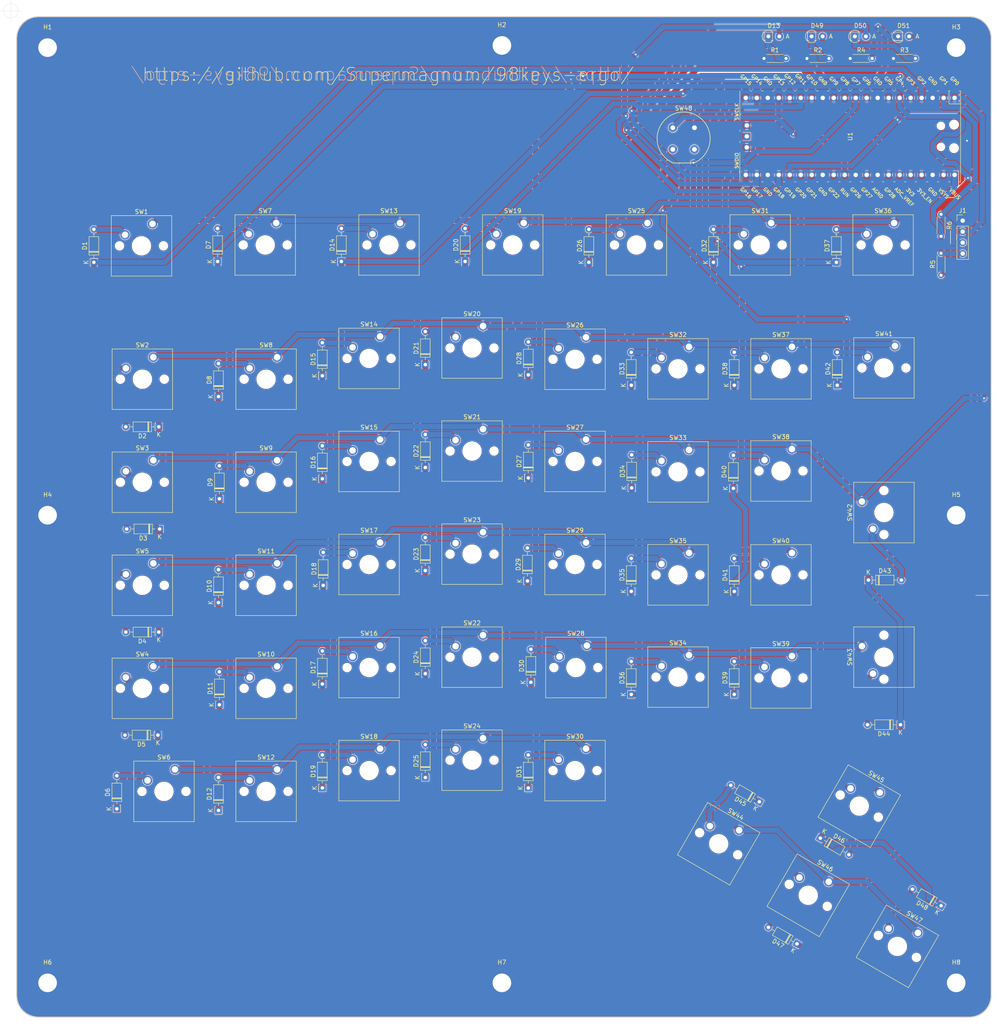
<source format=kicad_pcb>
(kicad_pcb (version 20211014) (generator pcbnew)
  (layers (0 "F.Cu" signal) (31 "B.Cu" signal) (34 "B.Paste" user) (35 "F.Paste" user) (36 "B.SilkS" user "B.Silkscreen") (37 "F.SilkS" user "F.Silkscreen") (38 "B.Mask" user) (39 "F.Mask" user) (44 "Edge.Cuts" user))
  (net 0 "")
  (net 1 "Net-(D1-Pad2)")
  (net 2 "Net-(D2-Pad2)")
  (net 3 "Net-(D3-Pad2)")
  (net 4 "Net-(D4-Pad2)")
  (net 5 "Net-(D5-Pad2)")
  (net 6 "Net-(D6-Pad2)")
  (net 7 "Net-(D7-Pad2)")
  (net 8 "Net-(D8-Pad2)")
  (net 9 "Net-(D9-Pad2)")
  (net 10 "Net-(D10-Pad2)")
  (net 11 "Net-(D11-Pad2)")
  (net 12 "Net-(D12-Pad2)")
  (net 13 "Net-(D14-Pad2)")
  (net 14 "Net-(D15-Pad2)")
  (net 15 "Net-(D16-Pad2)")
  (net 16 "Net-(D17-Pad2)")
  (net 17 "Net-(D18-Pad2)")
  (net 18 "Net-(D19-Pad2)")
  (net 19 "Net-(D20-Pad2)")
  (net 20 "Net-(D21-Pad2)")
  (net 21 "Net-(D22-Pad2)")
  (net 22 "Net-(D23-Pad2)")
  (net 23 "Net-(D24-Pad2)")
  (net 24 "Net-(D25-Pad2)")
  (net 25 "Net-(D26-Pad2)")
  (net 26 "Net-(D27-Pad2)")
  (net 27 "Net-(D28-Pad2)")
  (net 28 "Net-(D29-Pad2)")
  (net 29 "Net-(D30-Pad2)")
  (net 30 "Net-(D31-Pad2)")
  (net 31 "Net-(D32-Pad2)")
  (net 32 "Net-(D33-Pad2)")
  (net 33 "Net-(D34-Pad2)")
  (net 34 "Net-(D35-Pad2)")
  (net 35 "Net-(D36-Pad2)")
  (net 36 "Net-(D37-Pad2)")
  (net 37 "Net-(D38-Pad2)")
  (net 38 "Net-(D39-Pad2)")
  (net 39 "Net-(D40-Pad2)")
  (net 40 "Net-(D41-Pad2)")
  (net 41 "Net-(D42-Pad2)")
  (net 42 "Net-(D43-Pad2)")
  (net 43 "Net-(D44-Pad2)")
  (net 44 "Net-(D45-Pad2)")
  (net 45 "Net-(D46-Pad2)")
  (net 46 "Net-(D47-Pad2)")
  (net 47 "Net-(D48-Pad2)")
  (net 48 "GND")
  (net 49 "SDA I2C0")
  (net 50 "SDC I2C0")
  (net 51 "VCC")
  (net 52 "Net-(SW48-Pad1)")
  (net 54 "PWM1")
  (net 55 "Net-(D13-Pad1)")
  (net 56 "Net-(D49-Pad1)")
  (net 57 "PWM2")
  (net 58 "Net-(D50-Pad1)")
  (net 59 "PWM3")
  (net 61 "Net-(D51-Pad1)")
  (net 62 "PWM4")
  (net 71 "Arrow-Left")
  (net 73 "ROW1")
  (net 74 "ROW2")
  (net 75 "ROW3")
  (net 76 "ROW5")
  (net 77 "ROW4")
  (net 78 "ROW6")
  (net 79 "COL1")
  (net 80 "COL2")
  (net 81 "COL3")
  (net 82 "COL4")
  (net 83 "COL5")
  (net 84 "COL6")
  (net 85 "COL7")
  (net 86 "COL8")
  (footprint "Diode_THT:D_DO-35_SOD27_P7.62mm_Horizontal" (layer "F.Cu") (at 38.2 100.08 90)
    (fp_text reference "D1")
    (fp_text value "1N4148")
  )
  (footprint "Diode_THT:D_DO-35_SOD27_P7.62mm_Horizontal" (layer "F.Cu") (at 53.2 138.08 180)
    (fp_text reference "D2")
    (fp_text value "1N4148")
  )
  (footprint "Diode_THT:D_DO-35_SOD27_P7.62mm_Horizontal" (layer "F.Cu") (at 53.4 161.68 180)
    (fp_text reference "D3")
    (fp_text value "1N4148")
  )
  (footprint "Diode_THT:D_DO-35_SOD27_P7.62mm_Horizontal" (layer "F.Cu") (at 53.2 185.48 180)
    (fp_text reference "D4")
    (fp_text value "1N4148")
  )
  (footprint "Diode_THT:D_DO-35_SOD27_P7.62mm_Horizontal" (layer "F.Cu") (at 53 209.28 180)
    (fp_text reference "D5")
    (fp_text value "1N4148")
  )
  (footprint "Diode_THT:D_DO-35_SOD27_P7.62mm_Horizontal" (layer "F.Cu") (at 43.5 226.3 90)
    (fp_text reference "D6")
    (fp_text value "1N4148")
  )
  (footprint "Diode_THT:D_DO-35_SOD27_P7.62mm_Horizontal" (layer "F.Cu") (at 66.8 99.88 90)
    (fp_text reference "D7")
    (fp_text value "1N4148")
  )
  (footprint "Diode_THT:D_DO-35_SOD27_P7.62mm_Horizontal" (layer "F.Cu") (at 67 131.08 90)
    (fp_text reference "D8")
    (fp_text value "1N4148")
  )
  (footprint "Diode_THT:D_DO-35_SOD27_P7.62mm_Horizontal" (layer "F.Cu") (at 67.2 154.7 90)
    (fp_text reference "D9")
    (fp_text value "1N4148")
  )
  (footprint "Diode_THT:D_DO-35_SOD27_P7.62mm_Horizontal" (layer "F.Cu") (at 67 178.68 90)
    (fp_text reference "D10")
    (fp_text value "1N4148")
  )
  (footprint "Diode_THT:D_DO-35_SOD27_P7.62mm_Horizontal" (layer "F.Cu") (at 67.2 202.28 90)
    (fp_text reference "D11")
    (fp_text value "1N4148")
  )
  (footprint "Diode_THT:D_DO-35_SOD27_P7.62mm_Horizontal" (layer "F.Cu") (at 67 226.68 90)
    (fp_text reference "D12")
    (fp_text value "1N4148")
  )
  (footprint "Diode_THT:D_DO-35_SOD27_P7.62mm_Horizontal" (layer "F.Cu") (at 95.4 99.88 90)
    (fp_text reference "D14")
    (fp_text value "1N4148")
  )
  (footprint "Diode_THT:D_DO-35_SOD27_P7.62mm_Horizontal" (layer "F.Cu") (at 91 126.28 90)
    (fp_text reference "D15")
    (fp_text value "1N4148")
  )
  (footprint "Diode_THT:D_DO-35_SOD27_P7.62mm_Horizontal" (layer "F.Cu") (at 91 150.08 90)
    (fp_text reference "D16")
    (fp_text value "1N4148")
  )
  (footprint "Diode_THT:D_DO-35_SOD27_P7.62mm_Horizontal" (layer "F.Cu") (at 91 197.48 90)
    (fp_text reference "D17")
    (fp_text value "1N4148")
  )
  (footprint "Diode_THT:D_DO-35_SOD27_P7.62mm_Horizontal" (layer "F.Cu") (at 91.2 174.7 90)
    (fp_text reference "D18")
    (fp_text value "1N4148")
  )
  (footprint "Diode_THT:D_DO-35_SOD27_P7.62mm_Horizontal" (layer "F.Cu") (at 91 221.48 90)
    (fp_text reference "D19")
    (fp_text value "1N4148")
  )
  (footprint "Diode_THT:D_DO-35_SOD27_P7.62mm_Horizontal" (layer "F.Cu") (at 124 99.88 90)
    (fp_text reference "D20")
    (fp_text value "1N4148")
  )
  (footprint "Diode_THT:D_DO-35_SOD27_P7.62mm_Horizontal" (layer "F.Cu") (at 114.8 123.7 90)
    (fp_text reference "D21")
    (fp_text value "1N4148")
  )
  (footprint "Diode_THT:D_DO-35_SOD27_P7.62mm_Horizontal" (layer "F.Cu") (at 114.8 147.48 90)
    (fp_text reference "D22")
    (fp_text value "1N4148")
  )
  (footprint "Diode_THT:D_DO-35_SOD27_P7.62mm_Horizontal" (layer "F.Cu") (at 114.8 171.28 90)
    (fp_text reference "D23")
    (fp_text value "1N4148")
  )
  (footprint "Diode_THT:D_DO-35_SOD27_P7.62mm_Horizontal" (layer "F.Cu") (at 114.8 195.08 90)
    (fp_text reference "D24")
    (fp_text value "1N4148")
  )
  (footprint "Diode_THT:D_DO-35_SOD27_P7.62mm_Horizontal" (layer "F.Cu") (at 114.8 219.08 90)
    (fp_text reference "D25")
    (fp_text value "1N4148")
  )
  (footprint "Diode_THT:D_DO-35_SOD27_P7.62mm_Horizontal" (layer "F.Cu") (at 152.6 100.08 90)
    (fp_text reference "D26")
    (fp_text value "1N4148")
  )
  (footprint "Diode_THT:D_DO-35_SOD27_P7.62mm_Horizontal" (layer "F.Cu") (at 138.6 149.88 90)
    (fp_text reference "D27")
    (fp_text value "1N4148")
  )
  (footprint "Diode_THT:D_DO-35_SOD27_P7.62mm_Horizontal" (layer "F.Cu") (at 138.6 126.08 90)
    (fp_text reference "D28")
    (fp_text value "1N4148")
  )
  (footprint "Diode_THT:D_DO-35_SOD27_P7.62mm_Horizontal" (layer "F.Cu") (at 138.4 173.68 90)
    (fp_text reference "D29")
    (fp_text value "1N4148")
  )
  (footprint "Diode_THT:D_DO-35_SOD27_P7.62mm_Horizontal" (layer "F.Cu") (at 139.2 197.08 90)
    (fp_text reference "D30")
    (fp_text value "1N4148")
  )
  (footprint "Diode_THT:D_DO-35_SOD27_P7.62mm_Horizontal" (layer "F.Cu") (at 138.6 221.5 90)
    (fp_text reference "D31")
    (fp_text value "1N4148")
  )
  (footprint "Diode_THT:D_DO-35_SOD27_P7.62mm_Horizontal" (layer "F.Cu") (at 181.4 100.08 90)
    (fp_text reference "D32")
    (fp_text value "1N4148")
  )
  (footprint "Diode_THT:D_DO-35_SOD27_P7.62mm_Horizontal" (layer "F.Cu") (at 162.4 128.48 90)
    (fp_text reference "D33")
    (fp_text value "1N4148")
  )
  (footprint "Diode_THT:D_DO-35_SOD27_P7.62mm_Horizontal" (layer "F.Cu") (at 162.5 152.18 90)
    (fp_text reference "D34")
    (fp_text value "1N4148")
  )
  (footprint "Diode_THT:D_DO-35_SOD27_P7.62mm_Horizontal" (layer "F.Cu") (at 162.4 176.08 90)
    (fp_text reference "D35")
    (fp_text value "1N4148")
  )
  (footprint "Diode_THT:D_DO-35_SOD27_P7.62mm_Horizontal" (layer "F.Cu") (at 162.4 199.88 90)
    (fp_text reference "D36")
    (fp_text value "1N4148")
  )
  (footprint "Diode_THT:D_DO-35_SOD27_P7.62mm_Horizontal" (layer "F.Cu") (at 209.8 100.08 90)
    (fp_text reference "D37")
    (fp_text value "1N4148")
  )
  (footprint "Diode_THT:D_DO-35_SOD27_P7.62mm_Horizontal" (layer "F.Cu") (at 186.2 128.48 90)
    (fp_text reference "D38")
    (fp_text value "1N4148")
  )
  (footprint "Diode_THT:D_DO-35_SOD27_P7.62mm_Horizontal" (layer "F.Cu") (at 186.2 199.88 90)
    (fp_text reference "D39")
    (fp_text value "1N4148")
  )
  (footprint "Diode_THT:D_DO-35_SOD27_P7.62mm_Horizontal" (layer "F.Cu") (at 186 152.28 90)
    (fp_text reference "D40")
    (fp_text value "1N4148")
  )
  (footprint "Diode_THT:D_DO-35_SOD27_P7.62mm_Horizontal" (layer "F.Cu") (at 186.2 176.1 90)
    (fp_text reference "D41")
    (fp_text value "1N4148")
  )
  (footprint "Diode_THT:D_DO-35_SOD27_P7.62mm_Horizontal" (layer "F.Cu") (at 210 128.48 90)
    (fp_text reference "D42")
    (fp_text value "1N4148")
  )
  (footprint "Diode_THT:D_DO-35_SOD27_P7.62mm_Horizontal" (layer "F.Cu") (at 217.2 173.48)
    (fp_text reference "D43")
    (fp_text value "1N4148")
  )
  (footprint "Diode_THT:D_DO-35_SOD27_P7.62mm_Horizontal" (layer "F.Cu") (at 224.62 206.88 180)
    (fp_text reference "D44")
    (fp_text value "1N4148")
  )
  (footprint "Diode_THT:D_DO-35_SOD27_P7.62mm_Horizontal" (layer "F.Cu") (at 192 224.68 150)
    (fp_text reference "D45")
    (fp_text value "1N4148")
  )
  (footprint "Diode_THT:D_DO-35_SOD27_P7.62mm_Horizontal" (layer "F.Cu") (at 206.1 233.08 -30)
    (fp_text reference "D46")
    (fp_text value "1N4148")
  )
  (footprint "Diode_THT:D_DO-35_SOD27_P7.62mm_Horizontal" (layer "F.Cu") (at 200.699 257.49 150)
    (fp_text reference "D47")
    (fp_text value "1N4148")
  )
  (footprint "Diode_THT:D_DO-35_SOD27_P7.62mm_Horizontal" (layer "F.Cu") (at 234 248.68 150)
    (fp_text reference "D48")
    (fp_text value "1N4148")
  )
  (footprint "Resistor_THT:R_Axial_DIN0204_L3.6mm_D1.6mm_P5.08mm_Horizontal" (layer "F.Cu") (at 193.08 53)
    (fp_text reference "R1")
    (fp_text value "330")
  )
  (footprint "Resistor_THT:R_Axial_DIN0204_L3.6mm_D1.6mm_P5.08mm_Horizontal" (layer "F.Cu") (at 203 53)
    (fp_text reference "R2")
    (fp_text value "330")
  )
  (footprint "Resistor_THT:R_Axial_DIN0204_L3.6mm_D1.6mm_P5.08mm_Horizontal" (layer "F.Cu") (at 223 53)
    (fp_text reference "R3")
    (fp_text value "330")
  )
  (footprint "Button_Switch_Keyboard:SW_Cherry_MX_1.00u_PCB" (layer "F.Cu") (at 51.74 91.2)
    (fp_text reference "SW1")
    (fp_text value "MX-NO-LED")
  )
  (footprint "Button_Switch_Keyboard:SW_Cherry_MX_1.50u_PCB" (layer "F.Cu") (at 51.94 122)
    (fp_text reference "SW2")
    (fp_text value "MX-NO-LED")
  )
  (footprint "Button_Switch_Keyboard:SW_Cherry_MX_1.50u_PCB" (layer "F.Cu") (at 51.94 145.8)
    (fp_text reference "SW3")
    (fp_text value "MX-NO-LED")
  )
  (footprint "Button_Switch_Keyboard:SW_Cherry_MX_1.50u_PCB" (layer "F.Cu") (at 51.94 193.4)
    (fp_text reference "SW4")
    (fp_text value "MX-NO-LED")
  )
  (footprint "Button_Switch_Keyboard:SW_Cherry_MX_1.50u_PCB" (layer "F.Cu") (at 51.94 169.6)
    (fp_text reference "SW5")
    (fp_text value "MX-NO-LED")
  )
  (footprint "Button_Switch_Keyboard:SW_Cherry_MX_1.00u_PCB" (layer "F.Cu") (at 56.94 217.2)
    (fp_text reference "SW6")
    (fp_text value "MX-NO-LED")
  )
  (footprint "Button_Switch_Keyboard:SW_Cherry_MX_1.00u_PCB" (layer "F.Cu") (at 80.34 91)
    (fp_text reference "SW7")
    (fp_text value "MX-NO-LED")
  )
  (footprint "Button_Switch_Keyboard:SW_Cherry_MX_1.00u_PCB" (layer "F.Cu") (at 80.54 122)
    (fp_text reference "SW8")
    (fp_text value "MX-NO-LED")
  )
  (footprint "Button_Switch_Keyboard:SW_Cherry_MX_1.00u_PCB" (layer "F.Cu") (at 80.54 145.8)
    (fp_text reference "SW9")
    (fp_text value "MX-NO-LED")
  )
  (footprint "Button_Switch_Keyboard:SW_Cherry_MX_1.00u_PCB" (layer "F.Cu") (at 80.54 193.4)
    (fp_text reference "SW10")
    (fp_text value "MX-NO-LED")
  )
  (footprint "Button_Switch_Keyboard:SW_Cherry_MX_1.00u_PCB" (layer "F.Cu") (at 80.54 169.6)
    (fp_text reference "SW11")
    (fp_text value "MX-NO-LED")
  )
  (footprint "Button_Switch_Keyboard:SW_Cherry_MX_1.00u_PCB" (layer "F.Cu") (at 80.54 217.2)
    (fp_text reference "SW12")
    (fp_text value "MX-NO-LED")
  )
  (footprint "Button_Switch_Keyboard:SW_Cherry_MX_1.00u_PCB" (layer "F.Cu") (at 108.94 91)
    (fp_text reference "SW13")
    (fp_text value "MX-NO-LED")
  )
  (footprint "Button_Switch_Keyboard:SW_Cherry_MX_1.00u_PCB" (layer "F.Cu") (at 104.34 117.2)
    (fp_text reference "SW14")
    (fp_text value "MX-NO-LED")
  )
  (footprint "Button_Switch_Keyboard:SW_Cherry_MX_1.00u_PCB" (layer "F.Cu") (at 104.34 141)
    (fp_text reference "SW15")
    (fp_text value "MX-NO-LED")
  )
  (footprint "Button_Switch_Keyboard:SW_Cherry_MX_1.00u_PCB" (layer "F.Cu") (at 104.34 188.6)
    (fp_text reference "SW16")
    (fp_text value "MX-NO-LED")
  )
  (footprint "Button_Switch_Keyboard:SW_Cherry_MX_1.00u_PCB" (layer "F.Cu") (at 104.34 164.8)
    (fp_text reference "SW17")
    (fp_text value "MX-NO-LED")
  )
  (footprint "Button_Switch_Keyboard:SW_Cherry_MX_1.00u_PCB" (layer "F.Cu") (at 104.34 212.4)
    (fp_text reference "SW18")
    (fp_text value "MX-NO-LED")
  )
  (footprint "Button_Switch_Keyboard:SW_Cherry_MX_1.00u_PCB" (layer "F.Cu") (at 137.54 91)
    (fp_text reference "SW19")
    (fp_text value "MX-NO-LED")
  )
  (footprint "Button_Switch_Keyboard:SW_Cherry_MX_1.00u_PCB" (layer "F.Cu") (at 128.14 114.8)
    (fp_text reference "SW20")
    (fp_text value "MX-NO-LED")
  )
  (footprint "Button_Switch_Keyboard:SW_Cherry_MX_1.00u_PCB" (layer "F.Cu") (at 128.14 138.6)
    (fp_text reference "SW21")
    (fp_text value "MX-NO-LED")
  )
  (footprint "Button_Switch_Keyboard:SW_Cherry_MX_1.00u_PCB" (layer "F.Cu") (at 128.14 186.2)
    (fp_text reference "SW22")
    (fp_text value "MX-NO-LED")
  )
  (footprint "Button_Switch_Keyboard:SW_Cherry_MX_1.00u_PCB" (layer "F.Cu") (at 128.14 162.4)
    (fp_text reference "SW23")
    (fp_text value "MX-NO-LED")
  )
  (footprint "Button_Switch_Keyboard:SW_Cherry_MX_1.00u_PCB" (layer "F.Cu") (at 128.14 210)
    (fp_text reference "SW24")
    (fp_text value "MX-NO-LED")
  )
  (footprint "Button_Switch_Keyboard:SW_Cherry_MX_1.00u_PCB" (layer "F.Cu") (at 166.14 91)
    (fp_text reference "SW25")
    (fp_text value "MX-NO-LED")
  )
  (footprint "Button_Switch_Keyboard:SW_Cherry_MX_1.00u_PCB" (layer "F.Cu") (at 151.94 117.4)
    (fp_text reference "SW26")
    (fp_text value "MX-NO-LED")
  )
  (footprint "Button_Switch_Keyboard:SW_Cherry_MX_1.00u_PCB" (layer "F.Cu") (at 151.94 141)
    (fp_text reference "SW27")
    (fp_text value "MX-NO-LED")
  )
  (footprint "Button_Switch_Keyboard:SW_Cherry_MX_1.00u_PCB" (layer "F.Cu") (at 152.14 188.6)
    (fp_text reference "SW28")
    (fp_text value "MX-NO-LED")
  )
  (footprint "Button_Switch_Keyboard:SW_Cherry_MX_1.00u_PCB" (layer "F.Cu") (at 151.94 164.8)
    (fp_text reference "SW29")
    (fp_text value "MX-NO-LED")
  )
  (footprint "Button_Switch_Keyboard:SW_Cherry_MX_1.00u_PCB" (layer "F.Cu") (at 151.94 212.4)
    (fp_text reference "SW30")
    (fp_text value "MX-NO-LED")
  )
  (footprint "Button_Switch_Keyboard:SW_Cherry_MX_1.00u_PCB" (layer "F.Cu") (at 194.74 91)
    (fp_text reference "SW31")
    (fp_text value "MX-NO-LED")
  )
  (footprint "Button_Switch_Keyboard:SW_Cherry_MX_1.00u_PCB" (layer "F.Cu") (at 175.74 119.6)
    (fp_text reference "SW32")
    (fp_text value "MX-NO-LED")
  )
  (footprint "Button_Switch_Keyboard:SW_Cherry_MX_1.00u_PCB" (layer "F.Cu") (at 175.74 143.4)
    (fp_text reference "SW33")
    (fp_text value "MX-NO-LED")
  )
  (footprint "Button_Switch_Keyboard:SW_Cherry_MX_1.00u_PCB" (layer "F.Cu") (at 175.74 190.8)
    (fp_text reference "SW34")
    (fp_text value "MX-NO-LED")
  )
  (footprint "Button_Switch_Keyboard:SW_Cherry_MX_1.00u_PCB" (layer "F.Cu") (at 175.74 167.2)
    (fp_text reference "SW35")
    (fp_text value "MX-NO-LED")
  )
  (footprint "Button_Switch_Keyboard:SW_Cherry_MX_1.00u_PCB" (layer "F.Cu") (at 223.14 91)
    (fp_text reference "SW36")
    (fp_text value "MX-NO-LED")
  )
  (footprint "Button_Switch_Keyboard:SW_Cherry_MX_1.00u_PCB" (layer "F.Cu") (at 199.54 119.6)
    (fp_text reference "SW37")
    (fp_text value "MX-NO-LED")
  )
  (footprint "Button_Switch_Keyboard:SW_Cherry_MX_1.00u_PCB" (layer "F.Cu") (at 199.54 143.2)
    (fp_text reference "SW38")
    (fp_text value "MX-NO-LED")
  )
  (footprint "Button_Switch_Keyboard:SW_Cherry_MX_1.00u_PCB" (layer "F.Cu") (at 199.54 191)
    (fp_text reference "SW39")
    (fp_text value "MX-NO-LED")
  )
  (footprint "Button_Switch_Keyboard:SW_Cherry_MX_1.00u_PCB" (layer "F.Cu") (at 199.54 167.2)
    (fp_text reference "SW40")
    (fp_text value "MX-NO-LED")
  )
  (footprint "Button_Switch_Keyboard:SW_Cherry_MX_1.00u_PCB" (layer "F.Cu") (at 223.34 119.4)
    (fp_text reference "SW41")
    (fp_text value "MX-NO-LED")
  )
  (footprint "Button_Switch_Keyboard:SW_Cherry_MX_1.50u_PCB" (layer "F.Cu") (at 215.72 155.34 90)
    (fp_text reference "SW42")
    (fp_text value "MX-NO-LED")
  )
  (footprint "Button_Switch_Keyboard:SW_Cherry_MX_1.50u_PCB" (layer "F.Cu") (at 215.72 188.74 90)
    (fp_text reference "SW43")
    (fp_text value "MX-NO-LED")
  )
  (footprint "Button_Switch_Keyboard:SW_Cherry_MX_1.00u_PCB" (layer "F.Cu") (at 187.34 231.251 -30)
    (fp_text reference "SW44")
    (fp_text value "MX-NO-LED")
  )
  (footprint "Button_Switch_Keyboard:SW_Cherry_MX_1.00u_PCB" (layer "F.Cu") (at 219.84 222.551 -30)
    (fp_text reference "SW45")
    (fp_text value "MX-NO-LED")
  )
  (footprint "Button_Switch_Keyboard:SW_Cherry_MX_1.00u_PCB" (layer "F.Cu") (at 208.04 243.151 -30)
    (fp_text reference "SW46")
    (fp_text value "MX-NO-LED")
  )
  (footprint "Button_Switch_Keyboard:SW_Cherry_MX_1.00u_PCB" (layer "F.Cu") (at 228.64 254.951 -30)
    (fp_text reference "SW47")
    (fp_text value "MX-NO-LED")
  )
  (footprint "MountingHole:MountingHole_4.3mm_M4_DIN965_Pad" (layer "F.Cu") (at 27.5 50.5)
    (fp_text reference "H1")
    (fp_text value "MountingHole_Pad")
  )
  (footprint "MountingHole:MountingHole_4.3mm_M4_DIN965_Pad" (layer "F.Cu") (at 132.5 50)
    (fp_text reference "H2")
    (fp_text value "MountingHole_Pad")
  )
  (footprint "MountingHole:MountingHole_4.3mm_M4_DIN965_Pad" (layer "F.Cu") (at 237.5 50.5)
    (fp_text reference "H3")
    (fp_text value "MountingHole_Pad")
  )
  (footprint "MountingHole:MountingHole_4.3mm_M4_DIN965_Pad" (layer "F.Cu") (at 27.5 158.5)
    (fp_text reference "H4")
    (fp_text value "MountingHole_Pad")
  )
  (footprint "MountingHole:MountingHole_4.3mm_M4_DIN965_Pad" (layer "F.Cu") (at 237.5 158.5)
    (fp_text reference "H5")
    (fp_text value "MountingHole_Pad")
  )
  (footprint "MountingHole:MountingHole_4.3mm_M4_DIN965_Pad" (layer "F.Cu") (at 27.5 266.5)
    (fp_text reference "H6")
    (fp_text value "MountingHole_Pad")
  )
  (footprint "MountingHole:MountingHole_4.3mm_M4_DIN965_Pad" (layer "F.Cu") (at 132.5 266.5)
    (fp_text reference "H7")
    (fp_text value "MountingHole_Pad")
  )
  (footprint "MountingHole:MountingHole_4.3mm_M4_DIN965_Pad" (layer "F.Cu") (at 237.5 266.5)
    (fp_text reference "H8")
    (fp_text value "MountingHole_Pad")
  )
  (footprint "Diode_THT:D_A-405_P2.54mm_Vertical_AnodeUp" (layer "F.Cu") (at 194.08 47.9)
    (fp_text reference "D13")
    (fp_text value "LTL-4233 ")
  )
  (footprint "Diode_THT:D_A-405_P2.54mm_Vertical_AnodeUp" (layer "F.Cu") (at 204.08 47.9)
    (fp_text reference "D49")
    (fp_text value "LTL-4233 ")
  )
  (footprint "Diode_THT:D_A-405_P2.54mm_Vertical_AnodeUp" (layer "F.Cu") (at 214.08 47.9)
    (fp_text reference "D50")
    (fp_text value "LTL-4233 ")
  )
  (footprint "Diode_THT:D_A-405_P2.54mm_Vertical_AnodeUp" (layer "F.Cu") (at 224.08 47.9)
    (fp_text reference "D51")
    (fp_text value "LTL-4233 ")
  )
  (footprint "Resistor_THT:R_Axial_DIN0204_L3.6mm_D1.6mm_P5.08mm_Horizontal" (layer "F.Cu") (at 213 53)
    (fp_text reference "R4")
    (fp_text value "330")
  )
  (footprint "MCU_RaspberryPi_and_Boards:RPi_Pico_SMD_TH" (layer "F.Cu") (at 213 71 -90)
    (fp_text reference "U1")
    (fp_text value "Pico")
  )
  (footprint "Connector_PinHeader_2.54mm:PinHeader_1x04_P2.54mm_Vertical" (layer "F.Cu") (at 239 90.46)
    (fp_text reference "J1")
    (fp_text value "Conn_01x04_Male")
  )
  (footprint "Resistor_THT:R_Axial_DIN0204_L3.6mm_D1.6mm_P5.08mm_Horizontal" (layer "F.Cu") (at 234 89 -90)
    (fp_text reference "R6")
    (fp_text value "4.7K")
  )
  (footprint "Resistor_THT:R_Axial_DIN0204_L3.6mm_D1.6mm_P5.08mm_Horizontal" (layer "F.Cu") (at 234 103.08 90)
    (fp_text reference "R5")
    (fp_text value "4.7K")
  )
  (footprint "Button_Switch_THT:Push_E-Switch_KS01Q01" (layer "F.Cu") (at 172 69)
    (fp_text reference "SW48")
    (fp_text value "SW_Push")
  )
  (gr_line (start 245 177) (end 242 177) (layer "F.SilkS") (width 0.12))
  (gr_line (start 245.599 269.42493) (end 245.584 269.81768) (layer "Edge.Cuts") (width 0.2))
  (gr_line (start 20.87941 46.07) (end 21.070957 45.727) (layer "Edge.Cuts") (width 0.2))
  (gr_line (start 23.06498 273.88014) (end 22.72185 273.688592) (layer "Edge.Cuts") (width 0.2))
  (gr_line (start 22.08795 273.22695) (end 21.79994 272.96099) (layer "Edge.Cuts") (width 0.2))
  (gr_line (start 21.29006 272.3643) (end 21.070957 272.0377) (layer "Edge.Cuts") (width 0.2))
  (gr_line (start 244.644 45.401) (end 244.862 45.727) (layer "Edge.Cuts") (width 0.2))
  (gr_line (start 243.846 273.22695) (end 243.537 273.47086) (layer "Edge.Cuts") (width 0.2))
  (gr_line (start 243.211 273.688592) (end 242.869 273.88014) (layer "Edge.Cuts") (width 0.2))
  (gr_line (start 20.578998 270.96971) (end 20.472888 270.59213) (layer "Edge.Cuts") (width 0.2))
  (gr_line (start 20.715424 271.33904) (end 20.578998 270.96971) (layer "Edge.Cuts") (width 0.2))
  (gr_line (start 22.08795 44.537) (end 22.39663 44.295) (layer "Edge.Cuts") (width 0.2))
  (gr_line (start 21.29006 45.401) (end 21.5326 45.093) (layer "Edge.Cuts") (width 0.2))
  (gr_line (start 245.217 46.427) (end 245.353 46.794) (layer "Edge.Cuts") (width 0.2))
  (gr_line (start 240.991 274.410685) (end 240.598 274.425843) (layer "Edge.Cuts") (width 0.2))
  (gr_line (start 23.78983 274.180551) (end 23.42189 274.045504) (layer "Edge.Cuts") (width 0.2))
  (gr_line (start 20.350243 269.81768) (end 20.335084 269.42493) (layer "Edge.Cuts") (width 0.2))
  (gr_line (start 241.381 43.402) (end 241.765 43.478) (layer "Edge.Cuts") (width 0.2))
  (gr_line (start 241.765 274.28666) (end 241.381 274.363832) (layer "Edge.Cuts") (width 0.2))
  (gr_line (start 242.869 273.88014) (end 242.512 274.045504) (layer "Edge.Cuts") (width 0.2))
  (gr_line (start 243.211 44.076) (end 243.537 44.295) (layer "Edge.Cuts") (width 0.2))
  (gr_line (start 242.512 43.72) (end 242.869 43.884) (layer "Edge.Cuts") (width 0.2))
  (gr_line (start 20.397097 270.20768) (end 20.350243 269.81768) (layer "Edge.Cuts") (width 0.2))
  (gr_line (start 22.39663 273.47086) (end 22.08795 273.22695) (layer "Edge.Cuts") (width 0.2))
  (gr_line (start 21.5326 45.093) (end 21.79994 44.805) (layer "Edge.Cuts") (width 0.2))
  (gr_line (start 244.4 272.6716) (end 244.134 272.96099) (layer "Edge.Cuts") (width 0.2))
  (gr_line (start 25.33598 43.34) (end 240.598 43.34) (layer "Edge.Cuts") (width 0.2))
  (gr_line (start 245.217 271.33904) (end 245.053 271.69595) (layer "Edge.Cuts") (width 0.2))
  (gr_line (start 244.4 45.093) (end 244.644 45.401) (layer "Edge.Cuts") (width 0.2))
  (gr_line (start 24.5519 43.402) (end 24.94186 43.355) (layer "Edge.Cuts") (width 0.2))
  (gr_line (start 241.381 274.363832) (end 240.991 274.410685) (layer "Edge.Cuts") (width 0.2))
  (gr_line (start 245.599 48.341) (end 245.599 269.42493) (layer "Edge.Cuts") (width 0.2))
  (gr_line (start 21.5326 272.6716) (end 21.29006 272.3643) (layer "Edge.Cuts") (width 0.2))
  (gr_line (start 244.862 272.0377) (end 244.644 272.3643) (layer "Edge.Cuts") (width 0.2))
  (gr_line (start 21.070957 45.727) (end 21.29006 45.401) (layer "Edge.Cuts") (width 0.2))
  (gr_line (start 243.537 273.47086) (end 243.211 273.688592) (layer "Edge.Cuts") (width 0.2))
  (gr_line (start 245.584 47.947) (end 245.599 48.341) (layer "Edge.Cuts") (width 0.2))
  (gr_line (start 23.78983 43.584) (end 24.1674 43.478) (layer "Edge.Cuts") (width 0.2))
  (gr_line (start 20.350243 47.947) (end 20.397097 47.557) (layer "Edge.Cuts") (width 0.2))
  (gr_line (start 20.578998 46.794) (end 20.715424 46.427) (layer "Edge.Cuts") (width 0.2))
  (gr_line (start 20.87941 271.69595) (end 20.715424 271.33904) (layer "Edge.Cuts") (width 0.2))
  (gr_line (start 20.335084 48.341) (end 20.350243 47.947) (layer "Edge.Cuts") (width 0.2))
  (gr_line (start 21.79994 272.96099) (end 21.5326 272.6716) (layer "Edge.Cuts") (width 0.2))
  (gr_line (start 240.991 43.355) (end 241.381 43.402) (layer "Edge.Cuts") (width 0.2))
  (gr_line (start 242.512 274.045504) (end 242.144 274.180551) (layer "Edge.Cuts") (width 0.2))
  (gr_line (start 24.1674 43.478) (end 24.5519 43.402) (layer "Edge.Cuts") (width 0.2))
  (gr_line (start 244.134 272.96099) (end 243.846 273.22695) (layer "Edge.Cuts") (width 0.2))
  (gr_line (start 245.461 47.172) (end 245.537 47.557) (layer "Edge.Cuts") (width 0.2))
  (gr_line (start 24.94186 274.410685) (end 24.5519 274.363832) (layer "Edge.Cuts") (width 0.2))
  (gr_line (start 21.79994 44.805) (end 22.08795 44.537) (layer "Edge.Cuts") (width 0.2))
  (gr_line (start 243.537 44.295) (end 243.846 44.537) (layer "Edge.Cuts") (width 0.2))
  (gr_line (start 245.053 271.69595) (end 244.862 272.0377) (layer "Edge.Cuts") (width 0.2))
  (gr_line (start 20.397097 47.557) (end 20.472888 47.172) (layer "Edge.Cuts") (width 0.2))
  (gr_line (start 20.335084 269.42493) (end 20.335084 48.341) (layer "Edge.Cuts") (width 0.2))
  (gr_line (start 20.715424 46.427) (end 20.87941 46.07) (layer "Edge.Cuts") (width 0.2))
  (gr_line (start 24.94186 43.355) (end 25.33598 43.34) (layer "Edge.Cuts") (width 0.2))
  (gr_line (start 20.472888 47.172) (end 20.578998 46.794) (layer "Edge.Cuts") (width 0.2))
  (gr_line (start 242.869 43.884) (end 243.211 44.076) (layer "Edge.Cuts") (width 0.2))
  (gr_line (start 20.472888 270.59213) (end 20.397097 270.20768) (layer "Edge.Cuts") (width 0.2))
  (gr_line (start 21.070957 272.0377) (end 20.87941 271.69595) (layer "Edge.Cuts") (width 0.2))
  (gr_line (start 245.353 46.794) (end 245.461 47.172) (layer "Edge.Cuts") (width 0.2))
  (gr_line (start 23.06498 43.884) (end 23.42189 43.72) (layer "Edge.Cuts") (width 0.2))
  (gr_line (start 22.39663 44.295) (end 22.72185 44.076) (layer "Edge.Cuts") (width 0.2))
  (gr_line (start 245.537 47.557) (end 245.584 47.947) (layer "Edge.Cuts") (width 0.2))
  (gr_line (start 242.144 274.180551) (end 241.765 274.28666) (layer "Edge.Cuts") (width 0.2))
  (gr_line (start 242.144 43.584) (end 242.512 43.72) (layer "Edge.Cuts") (width 0.2))
  (gr_line (start 24.5519 274.363832) (end 24.1674 274.28666) (layer "Edge.Cuts") (width 0.2))
  (gr_line (start 22.72185 44.076) (end 23.06498 43.884) (layer "Edge.Cuts") (width 0.2))
  (gr_line (start 245.353 270.96971) (end 245.217 271.33904) (layer "Edge.Cuts") (width 0.2))
  (gr_line (start 22.72185 273.688592) (end 22.39663 273.47086) (layer "Edge.Cuts") (width 0.2))
  (gr_line (start 244.134 44.805) (end 244.4 45.093) (layer "Edge.Cuts") (width 0.2))
  (gr_line (start 244.644 272.3643) (end 244.4 272.6716) (layer "Edge.Cuts") (width 0.2))
  (gr_line (start 241.765 43.478) (end 242.144 43.584) (layer "Edge.Cuts") (width 0.2))
  (gr_line (start 244.862 45.727) (end 245.053 46.07) (layer "Edge.Cuts") (width 0.2))
  (gr_line (start 240.598 43.34) (end 240.991 43.355) (layer "Edge.Cuts") (width 0.2))
  (gr_line (start 25.33598 274.425843) (end 24.94186 274.410685) (layer "Edge.Cuts") (width 0.2))
  (gr_line (start 24.1674 274.28666) (end 23.78983 274.180551) (layer "Edge.Cuts") (width 0.2))
  (gr_line (start 245.584 269.81768) (end 245.537 270.20768) (layer "Edge.Cuts") (width 0.2))
  (gr_line (start 245.461 270.59213) (end 245.353 270.96971) (layer "Edge.Cuts") (width 0.2))
  (gr_line (start 240.598 274.425843) (end 25.33598 274.425843) (layer "Edge.Cuts") (width 0.2))
  (gr_line (start 245.053 46.07) (end 245.217 46.427) (layer "Edge.Cuts") (width 0.2))
  (gr_line (start 23.42189 43.72) (end 23.78983 43.584) (layer "Edge.Cuts") (width 0.2))
  (gr_line (start 23.42189 274.045504) (end 23.06498 273.88014) (layer "Edge.Cuts") (width 0.2))
  (gr_line (start 245.537 270.20768) (end 245.461 270.59213) (layer "Edge.Cuts") (width 0.2))
  (gr_line (start 243.846 44.537) (end 244.134 44.805) (layer "Edge.Cuts") (width 0.2))
  (gr_text "https://github.com/Supermagnum/98keys-ergo/" (at 103.6 56.6) (layer "B.SilkS") (effects (font (size 3 3)) (justify mirror)))
  (gr_text "https://github.com/Supermagnum/98keys-ergo/" (at 106.2 56.7) (layer "F.SilkS") (effects (font (size 3 3))))
  (target plus (at 19 42) (size 5) (width 0.05) (layer "Edge.Cuts"))
  (segment (start 45.39 93.74) (end 44.11 92.46) (width 1.25) (layer "B.Cu") (net 1))
  (segment (start 38.2 92.46) (end 40.7751 92.46) (width 1.25) (layer "B.Cu") (net 1))
  (segment (start 44.11 92.46) (end 40.7751 92.46) (width 1.25) (layer "B.Cu") (net 1))
  (segment (start 44.2005 124.54) (end 42.4341 126.3064) (width 1.25) (layer "F.Cu") (net 2))
  (segment (start 42.4341 132.359) (end 45.58 135.5049) (width 1.25) (layer "F.Cu") (net 2))
  (segment (start 45.59 124.54) (end 44.2005 124.54) (width 1.25) (layer "F.Cu") (net 2))
  (segment (start 45.58 138.08) (end 45.58 135.5049) (width 1.25) (layer "F.Cu") (net 2))
  (segment (start 42.4341 126.3064) (end 42.4341 132.359) (width 1.25) (layer "F.Cu") (net 2))
  (segment (start 45.59 148.34) (end 46.2219 148.9719) (width 1.25) (layer "F.Cu") (net 3))
  (segment (start 46.2219 159.1881) (end 45.78 159.63) (width 1.25) (layer "F.Cu") (net 3))
  (segment (start 46.2219 148.9719) (end 46.2219 159.1881) (width 1.25) (layer "F.Cu") (net 3))
  (segment (start 45.78 161.68) (end 45.78 159.63) (width 1.25) (layer "F.Cu") (net 3))
  (segment (start 45.59 172.14) (end 45.4299 171.9799) (width 1.25) (layer "F.Cu") (net 4))
  (segment (start 41.6684 173.5914) (end 41.6684 178.9933) (width 1.25) (layer "F.Cu") (net 4))
  (segment (start 41.6684 178.9933) (end 45.58 182.9049) (width 1.25) (layer "F.Cu") (net 4))
  (segment (start 45.58 185.48) (end 45.58 182.9049) (width 1.25) (layer "F.Cu") (net 4))
  (segment (start 45.4299 171.9799) (end 43.2799 171.9799) (width 1.25) (layer "F.Cu") (net 4))
  (segment (start 43.2799 171.9799) (end 41.6684 173.5914) (width 1.25) (layer "F.Cu") (net 4))
  (segment (start 46.1981 206.4119) (end 45.38 207.23) (width 1.25) (layer "F.Cu") (net 5))
  (segment (start 45.38 209.28) (end 45.38 207.23) (width 1.25) (layer "F.Cu") (net 5))
  (segment (start 46.1981 196.5481) (end 46.1981 206.4119) (width 1.25) (layer "F.Cu") (net 5))
  (segment (start 45.59 195.94) (end 46.1981 196.5481) (width 1.25) (layer "F.Cu") (net 5))
  (segment (start 50.59 219.74) (end 49.53 218.68) (width 1.25) (layer "B.Cu") (net 6))
  (segment (start 49.53 218.68) (end 43.5 218.68) (width 1.25) (layer "B.Cu") (net 6))
  (segment (start 72.71 92.26) (end 66.8 92.26) (width 1.25) (layer "F.Cu") (net 7))
  (segment (start 73.99 93.54) (end 72.71 92.26) (width 1.25) (layer "F.Cu") (net 7))
  (segment (start 74.19 124.54) (end 73.11 123.46) (width 1.25) (layer "B.Cu") (net 8))
  (segment (start 73.11 123.46) (end 67 123.46) (width 1.25) (layer "B.Cu") (net 8))
  (segment (start 72.93 147.08) (end 67.2 147.08) (width 1.25) (layer "B.Cu") (net 9))
  (segment (start 74.19 148.34) (end 72.93 147.08) (width 1.25) (layer "B.Cu") (net 9))
  (segment (start 74.19 172.14) (end 73.11 171.06) (width 1.25) (layer "B.Cu") (net 10))
  (segment (start 73.11 171.06) (end 67 171.06) (width 1.25) (layer "B.Cu") (net 10))
  (segment (start 74.19 195.94) (end 72.91 194.66) (width 1.25) (layer "B.Cu") (net 11))
  (segment (start 72.91 194.66) (end 67.2 194.66) (width 1.25) (layer "B.Cu") (net 11))
  (segment (start 73.51 219.06) (end 67 219.06) (width 1.25) (layer "B.Cu") (net 12))
  (segment (start 74.19 219.74) (end 73.51 219.06) (width 1.25) (layer "B.Cu") (net 12))
  (segment (start 102.59 93.54) (end 101.31 92.26) (width 1.25) (layer "B.Cu") (net 13))
  (segment (start 101.31 92.26) (end 95.4 92.26) (width 1.25) (layer "B.Cu") (net 13))
  (segment (start 97.99 119.74) (end 96.91 118.66) (width 1.25) (layer "B.Cu") (net 14))
  (segment (start 96.91 118.66) (end 91 118.66) (width 1.25) (layer "B.Cu") (net 14))
  (segment (start 97.99 143.54) (end 96.91 142.46) (width 1.25) (layer "B.Cu") (net 15))
  (segment (start 96.91 142.46) (end 91 142.46) (width 1.25) (layer "B.Cu") (net 15))
  (segment (start 97.99 191.14) (end 96.71 189.86) (width 1.25) (layer "B.Cu") (net 16))
  (segment (start 96.71 189.86) (end 91 189.86) (width 1.25) (layer "B.Cu") (net 16))
  (segment (start 97.99 167.34) (end 97.73 167.08) (width 1.25) (layer "B.Cu") (net 17))
  (segment (start 97.73 167.08) (end 91.2 167.08) (width 1.25) (layer "B.Cu") (net 17))
  (segment (start 96.91 213.86) (end 91 213.86) (width 1.25) (layer "B.Cu") (net 18))
  (segment (start 97.99 214.94) (end 96.91 213.86) (width 1.25) (layer "B.Cu") (net 18))
  (segment (start 129.91 92.26) (end 124 92.26) (width 1.25) (layer "F.Cu") (net 19))
  (segment (start 131.19 93.54) (end 129.91 92.26) (width 1.25) (layer "F.Cu") (net 19))
  (segment (start 121.79 117.34) (end 120.53 116.08) (width 1.25) (layer "F.Cu") (net 20))
  (segment (start 120.53 116.08) (end 114.8 116.08) (width 1.25) (layer "F.Cu") (net 20))
  (segment (start 120.51 139.86) (end 114.8 139.86) (width 1.25) (layer "B.Cu") (net 21))
  (segment (start 121.79 141.14) (end 120.51 139.86) (width 1.25) (layer "B.Cu") (net 21))
  (segment (start 121.79 164.94) (end 120.51 163.66) (width 1.25) (layer "B.Cu") (net 22))
  (segment (start 120.51 163.66) (end 114.8 163.66) (width 1.25) (layer "B.Cu") (net 22))
  (segment (start 121.79 188.74) (end 120.51 187.46) (width 1.25) (layer "B.Cu") (net 23))
  (segment (start 120.51 187.46) (end 114.8 187.46) (width 1.25) (layer "B.Cu") (net 23))
  (segment (start 120.71 211.46) (end 114.8 211.46) (width 1.25) (layer "B.Cu") (net 24))
  (segment (start 121.79 212.54) (end 120.71 211.46) (width 1.25) (layer "B.Cu") (net 24))
  (segment (start 159.79 93.54) (end 158.71 92.46) (width 1.25) (layer "B.Cu") (net 25))
  (segment (start 158.71 92.46) (end 152.6 92.46) (width 1.25) (layer "B.Cu") (net 25))
  (segment (start 145.59 143.54) (end 144.31 142.26) (width 1.25) (layer "B.Cu") (net 26))
  (segment (start 144.31 142.26) (end 138.6 142.26) (width 1.25) (layer "B.Cu") (net 26))
  (segment (start 144.11 118.46) (end 138.6 118.46) (width 1.25) (layer "B.Cu") (net 27))
  (segment (start 145.59 119.94) (end 144.11 118.46) (width 1.25) (layer "B.Cu") (net 27))
  (segment (start 145.59 167.34) (end 144.31 166.06) (width 1.25) (layer "B.Cu") (net 28))
  (segment (start 144.31 166.06) (end 138.4 166.06) (width 1.25) (layer "B.Cu") (net 28))
  (segment (start 144.11 189.46) (end 139.2 189.46) (width 1.25) (layer "B.Cu") (net 29))
  (segment (start 145.79 191.14) (end 144.11 189.46) (width 1.25) (layer "B.Cu") (net 29))
  (segment (start 145.59 214.94) (end 144.53 213.88) (width 1.25) (layer "B.Cu") (net 30))
  (segment (start 144.53 213.88) (end 138.6 213.88) (width 1.25) (layer "B.Cu") (net 30))
  (segment (start 187.31 92.46) (end 188.39 93.54) (width 1.25) (layer "B.Cu") (net 31))
  (segment (start 181.4 92.46) (end 187.31 92.46) (width 1.25) (layer "B.Cu") (net 31))
  (segment (start 168.11 120.86) (end 162.4 120.86) (width 1.25) (layer "B.Cu") (net 32))
  (segment (start 169.39 122.14) (end 168.11 120.86) (width 1.25) (layer "B.Cu") (net 32))
  (segment (start 169.39 145.94) (end 168.01 144.56) (width 1.25) (layer "B.Cu") (net 33))
  (segment (start 168.01 144.56) (end 162.5 144.56) (width 1.25) (layer "B.Cu") (net 33))
  (segment (start 169.39 169.74) (end 168.11 168.46) (width 1.25) (layer "B.Cu") (net 34))
  (segment (start 168.11 168.46) (end 162.4 168.46) (width 1.25) (layer "B.Cu") (net 34))
  (segment (start 169.39 193.34) (end 168.31 192.26) (width 1.25) (layer "B.Cu") (net 35))
  (segment (start 168.31 192.26) (end 162.4 192.26) (width 1.25) (layer "B.Cu") (net 35))
  (segment (start 216.79 93.54) (end 215.71 92.46) (width 1.25) (layer "B.Cu") (net 36))
  (segment (start 215.71 92.46) (end 209.8 92.46) (width 1.25) (layer "B.Cu") (net 36))
  (segment (start 193.19 122.14) (end 191.91 120.86) (width 1.25) (layer "B.Cu") (net 37))
  (segment (start 191.91 120.86) (end 186.2 120.86) (width 1.25) (layer "B.Cu") (net 37))
  (segment (start 191.91 192.26) (end 186.2 192.26) (width 1.25) (layer "B.Cu") (net 38))
  (segment (start 193.19 193.54) (end 191.91 192.26) (width 1.25) (layer "B.Cu") (net 38))
  (segment (start 193.19 145.74) (end 192.11 144.66) (width 1.25) (layer "B.Cu") (net 39))
  (segment (start 192.11 144.66) (end 186 144.66) (width 1.25) (layer "B.Cu") (net 39))
  (segment (start 191.93 168.48) (end 186.2 168.48) (width 1.25) (layer "F.Cu") (net 40))
  (segment (start 193.19 169.74) (end 191.93 168.48) (width 1.25) (layer "F.Cu") (net 40))
  (segment (start 215.91 120.86) (end 210 120.86) (width 1.25) (layer "B.Cu") (net 41))
  (segment (start 216.99 121.94) (end 215.91 120.86) (width 1.25) (layer "B.Cu") (net 41))
  (segment (start 218.1748 164.2597) (end 218.1748 161.7752) (width 1.25) (layer "B.Cu") (net 42))
  (segment (start 224.82 170.9049) (end 218.1748 164.2597) (width 1.25) (layer "B.Cu") (net 42))
  (segment (start 218.1748 161.7752) (end 218.26 161.69) (width 1.25) (layer "B.Cu") (net 42))
  (segment (start 224.82 173.48) (end 224.82 170.9049) (width 1.25) (layer "B.Cu") (net 42))
  (segment (start 218.26 195.09) (end 217 196.35) (width 1.25) (layer "F.Cu") (net 43))
  (segment (start 217 196.35) (end 217 206.88) (width 1.25) (layer "F.Cu") (net 43))
  (segment (start 180.5707 226.7473) (end 183.9704 223.3476) (width 1.25) (layer "B.Cu") (net 44))
  (segment (start 185.4009 220.87) (end 183.9704 223.3476) (width 1.25) (layer "B.Cu") (net 44))
  (segment (start 180.5707 230.2757) (end 180.5707 226.7473) (width 1.25) (layer "B.Cu") (net 44))
  (segment (start 209.925 221.2328) (end 208.8248 222.333) (width 1.25) (layer "F.Cu") (net 45))
  (segment (start 213.0707 221.5757) (end 212.7278 221.2328) (width 1.25) (layer "F.Cu") (net 45))
  (segment (start 212.6991 236.89) (end 214.1296 234.4124) (width 1.25) (layer "F.Cu") (net 45))
  (segment (start 208.8248 229.1076) (end 214.1296 234.4124) (width 1.25) (layer "F.Cu") (net 45))
  (segment (start 208.8248 222.333) (end 208.8248 229.1076) (width 1.25) (layer "F.Cu") (net 45))
  (segment (start 212.7278 221.2328) (end 209.925 221.2328) (width 1.25) (layer "F.Cu") (net 45))
  (segment (start 201.2707 242.1757) (end 200.1681 241.0731) (width 1.25) (layer "F.Cu") (net 46))
  (segment (start 194.0999 253.68) (end 195.5304 251.2024) (width 1.25) (layer "F.Cu") (net 46))
  (segment (start 195.5303 243.3396) (end 195.5303 251.2023) (width 1.25) (layer "F.Cu") (net 46))
  (segment (start 200.1681 241.0731) (end 197.7968 241.0731) (width 1.25) (layer "F.Cu") (net 46))
  (segment (start 197.7968 241.0731) (end 195.5303 243.3396) (width 1.25) (layer "F.Cu") (net 46))
  (segment (start 195.5303 251.2023) (end 195.5304 251.2024) (width 1.25) (layer "F.Cu") (net 46))
  (segment (start 227.4009 244.87) (end 225.9704 247.3476) (width 1.25) (layer "F.Cu") (net 47))
  (segment (start 221.8707 253.9757) (end 221.8707 251.4473) (width 1.25) (layer "F.Cu") (net 47))
  (segment (start 221.8707 251.4473) (end 225.9704 247.3476) (width 1.25) (layer "F.Cu") (net 47))
  (via (at 240 72) (size 1.25) (drill 0.4) (layers "F.Cu" "B.Cu") (net 48))
  (segment (start 236.9 100.18) (end 236.9 93) (width 1.25) (layer "F.Cu") (net 49))
  (segment (start 239 93) (end 236.9 93) (width 1.25) (layer "F.Cu") (net 49))
  (segment (start 234 103.08) (end 236.9 100.18) (width 1.25) (layer "F.Cu") (net 49))
  (segment (start 237.13 62.11) (end 239.23 62.11) (width 1.25) (layer "B.Cu") (net 49))
  (segment (start 243.5369 90.5631) (end 243.5369 66.4169) (width 1.25) (layer "B.Cu") (net 49))
  (segment (start 241.1 93) (end 243.5369 90.5631) (width 1.25) (layer "B.Cu") (net 49))
  (segment (start 243.5369 66.4169) (end 239.23 62.11) (width 1.25) (layer "B.Cu") (net 49))
  (segment (start 239 93) (end 241.1 93) (width 1.25) (layer "B.Cu") (net 49))
  (segment (start 236.9 91.9) (end 236.9 95.54) (width 1.25) (layer "B.Cu") (net 50))
  (segment (start 239 95.54) (end 236.9 95.54) (width 1.25) (layer "B.Cu") (net 50))
  (segment (start 234 89) (end 236.9 91.9) (width 1.25) (layer "B.Cu") (net 50))
  (segment (start 241.878 81.3555) (end 241.878 68.0969) (width 1.25) (layer "B.Cu") (net 50))
  (segment (start 241.878 68.0969) (end 237.9911 64.21) (width 1.25) (layer "B.Cu") (net 50))
  (segment (start 234.59 62.11) (end 234.59 64.21) (width 1.25) (layer "B.Cu") (net 50))
  (segment (start 234.2335 89) (end 241.878 81.3555) (width 1.25) (layer "B.Cu") (net 50))
  (segment (start 234 89) (end 234.2335 89) (width 1.25) (layer "B.Cu") (net 50))
  (segment (start 237.9911 64.21) (end 234.59 64.21) (width 1.25) (layer "B.Cu") (net 50))
  (segment (start 234 94.08) (end 234 98) (width 1.25) (layer "F.Cu") (net 51))
  (segment (start 234 94.08) (end 234 92.13) (width 1.25) (layer "B.Cu") (net 51))
  (segment (start 236.82 98) (end 236.9 98.08) (width 1.25) (layer "B.Cu") (net 51))
  (segment (start 232.2331 90.3631) (end 232.2331 87.6079) (width 1.25) (layer "B.Cu") (net 51))
  (segment (start 232.2331 87.6079) (end 237.13 82.711) (width 1.25) (layer "B.Cu") (net 51))
  (segment (start 234 98) (end 236.82 98) (width 1.25) (layer "B.Cu") (net 51))
  (segment (start 237.13 82.711) (end 237.13 79.89) (width 1.25) (layer "B.Cu") (net 51))
  (segment (start 234 92.13) (end 232.2331 90.3631) (width 1.25) (layer "B.Cu") (net 51))
  (segment (start 239 98.08) (end 236.9 98.08) (width 1.25) (layer "B.Cu") (net 51))
  (segment (start 211.73 77.79) (end 211.73 76.7285) (width 1.25) (layer "F.Cu") (net 52))
  (segment (start 211.73 76.7285) (end 205.4771 70.4756) (width 1.25) (layer "F.Cu") (net 52))
  (segment (start 205.4771 70.4756) (end 199.8466 70.4756) (width 1.25) (layer "F.Cu") (net 52))
  (segment (start 211.73 79.89) (end 211.73 77.79) (width 1.25) (layer "F.Cu") (net 52))
  (via (at 199.8466 70.4756) (size 1.25) (drill 0.4) (layers "F.Cu" "B.Cu") (net 52))
  (segment (start 172 69) (end 174.4318 66.5682) (width 1.25) (layer "B.Cu") (net 52))
  (segment (start 174.4318 66.5682) (end 195.9392 66.5682) (width 1.25) (layer "B.Cu") (net 52))
  (segment (start 195.9392 66.5682) (end 199.8466 70.4756) (width 1.25) (layer "B.Cu") (net 52))
  (segment (start 162.5061 65.1098) (end 181.8659 45.75) (width 1.25) (layer "F.Cu") (net 54))
  (segment (start 181.8659 45.75) (end 196.62 45.75) (width 1.25) (layer "F.Cu") (net 54))
  (segment (start 196.62 47.9) (end 196.62 45.75) (width 1.25) (layer "F.Cu") (net 54))
  (via (at 162.5061 65.1098) (size 1.25) (drill 0.4) (layers "F.Cu" "B.Cu") (net 54))
  (segment (start 162.7858 67.7154) (end 162.7858 65.3895) (width 1.25) (layer "B.Cu") (net 54))
  (segment (start 174.9604 79.89) (end 162.7858 67.7154) (width 1.25) (layer "B.Cu") (net 54))
  (segment (start 188.87 79.89) (end 174.9604 79.89) (width 1.25) (layer "B.Cu") (net 54))
  (segment (start 162.7858 65.3895) (end 162.5061 65.1098) (width 1.25) (layer "B.Cu") (net 54))
  (segment (start 198.16 53) (end 196.21 53) (width 1.25) (layer "B.Cu") (net 55))
  (segment (start 194.08 50.05) (end 196.21 52.18) (width 1.25) (layer "B.Cu") (net 55))
  (segment (start 196.21 52.18) (end 196.21 53) (width 1.25) (layer "B.Cu") (net 55))
  (segment (start 194.08 47.9) (end 194.08 50.05) (width 1.25) (layer "B.Cu") (net 55))
  (segment (start 206.13 52.1) (end 206.13 53) (width 1.25) (layer "B.Cu") (net 56))
  (segment (start 204.08 47.9) (end 204.08 50.05) (width 1.25) (layer "B.Cu") (net 56))
  (segment (start 204.08 50.05) (end 206.13 52.1) (width 1.25) (layer "B.Cu") (net 56))
  (segment (start 208.08 53) (end 206.13 53) (width 1.25) (layer "B.Cu") (net 56))
  (segment (start 180.6536 50.05) (end 206.62 50.05) (width 1.25) (layer "F.Cu") (net 57))
  (segment (start 161.2739 69.5521) (end 161.2739 69.4297) (width 1.25) (layer "F.Cu") (net 57))
  (segment (start 161.2739 69.4297) (end 180.6536 50.05) (width 1.25) (layer "F.Cu") (net 57))
  (segment (start 206.62 47.9) (end 206.62 50.05) (width 1.25) (layer "F.Cu") (net 57))
  (via (at 161.2739 69.5521) (size 1.25) (drill 0.4) (layers "F.Cu" "B.Cu") (net 57))
  (segment (start 173.7118 81.99) (end 161.2739 69.5521) (width 1.25) (layer "B.Cu") (net 57))
  (segment (start 191.41 79.89) (end 191.41 81.99) (width 1.25) (layer "B.Cu") (net 57))
  (segment (start 191.41 81.99) (end 173.7118 81.99) (width 1.25) (layer "B.Cu") (net 57))
  (segment (start 214.08 47.9) (end 214.08 50.05) (width 1.25) (layer "B.Cu") (net 58))
  (segment (start 223.18 50.05) (end 226.13 53) (width 1.25) (layer "B.Cu") (net 58))
  (segment (start 214.08 50.05) (end 223.18 50.05) (width 1.25) (layer "B.Cu") (net 58))
  (segment (start 228.08 53) (end 226.13 53) (width 1.25) (layer "B.Cu") (net 58))
  (segment (start 161.1357 66.2727) (end 160.8482 65.9852) (width 1.25) (layer "F.Cu") (net 59))
  (segment (start 160.8482 65.9852) (end 160.8482 54.6686) (width 1.25) (layer "F.Cu") (net 59))
  (segment (start 160.8482 54.6686) (end 163.4371 52.0797) (width 1.25) (layer "F.Cu") (net 59))
  (via (at 161.1357 66.2727) (size 1.25) (drill 0.4) (layers "F.Cu" "B.Cu") (net 59))
  (via (at 163.4371 52.0797) (size 1.25) (drill 0.4) (layers "F.Cu" "B.Cu") (net 59))
  (segment (start 216.62 47.9) (end 216.62 45.75) (width 1.25) (layer "B.Cu") (net 59))
  (segment (start 194.817 83.663) (end 173.0511 83.663) (width 1.25) (layer "B.Cu") (net 59))
  (segment (start 173.0511 83.663) (end 159.6083 70.2202) (width 1.25) (layer "B.Cu") (net 59))
  (segment (start 169.7668 45.75) (end 216.62 45.75) (width 1.25) (layer "B.Cu") (net 59))
  (segment (start 159.6083 67.8001) (end 161.1357 66.2727) (width 1.25) (layer "B.Cu") (net 59))
  (segment (start 196.49 81.99) (end 194.817 83.663) (width 1.25) (layer "B.Cu") (net 59))
  (segment (start 163.4371 52.0797) (end 169.7668 45.75) (width 1.25) (layer "B.Cu") (net 59))
  (segment (start 159.6083 70.2202) (end 159.6083 67.8001) (width 1.25) (layer "B.Cu") (net 59))
  (segment (start 196.49 79.89) (end 196.49 81.99) (width 1.25) (layer "B.Cu") (net 59))
  (segment (start 218.08 53) (end 218.08 51.05) (width 1.25) (layer "F.Cu") (net 61))
  (segment (start 218.08 51.05) (end 218.5452 50.5848) (width 1.25) (layer "F.Cu") (net 61))
  (segment (start 218.5452 46.5711) (end 219.4398 45.6765) (width 1.25) (layer "F.Cu") (net 61))
  (segment (start 218.5452 50.5848) (end 218.5452 46.5711) (width 1.25) (layer "F.Cu") (net 61))
  (via (at 219.4398 45.6765) (size 1.25) (drill 0.4) (layers "F.Cu" "B.Cu") (net 61))
  (segment (start 219.4398 45.6765) (end 221.6633 47.9) (width 1.25) (layer "B.Cu") (net 61))
  (segment (start 221.6633 47.9) (end 224.08 47.9) (width 1.25) (layer "B.Cu") (net 61))
  (segment (start 237.4202 64.9742) (end 239.0053 63.3891) (width 1.25) (layer "F.Cu") (net 62))
  (segment (start 226.1382 64.9742) (end 237.4202 64.9742) (width 1.25) (layer "F.Cu") (net 62))
  (segment (start 228.77 48.7789) (end 228.77 47.9) (width 1.25) (layer "F.Cu") (net 62))
  (segment (start 239.0053 63.3891) (end 239.0053 59.0142) (width 1.25) (layer "F.Cu") (net 62))
  (segment (start 239.0053 59.0142) (end 228.77 48.7789) (width 1.25) (layer "F.Cu") (net 62))
  (segment (start 223.9423 67.1701) (end 226.1382 64.9742) (width 1.25) (layer "F.Cu") (net 62))
  (segment (start 226.62 47.9) (end 228.77 47.9) (width 1.25) (layer "F.Cu") (net 62))
  (via (at 223.9423 67.1701) (size 1.25) (drill 0.4) (layers "F.Cu" "B.Cu") (net 62))
  (segment (start 213.3224 77.79) (end 199.03 77.79) (width 1.25) (layer "B.Cu") (net 62))
  (segment (start 223.9423 67.1701) (end 213.3224 77.79) (width 1.25) (layer "B.Cu") (net 62))
  (segment (start 199.03 79.89) (end 199.03 77.79) (width 1.25) (layer "B.Cu") (net 62))
  (segment (start 206.1 123.9715) (end 206.1 229.5293) (width 1.25) (layer "F.Cu") (net 71))
  (segment (start 206.1 233.08) (end 207.3997 230.829) (width 1.25) (layer "F.Cu") (net 71))
  (segment (start 206.1 229.5293) (end 207.3997 230.829) (width 1.25) (layer "F.Cu") (net 71))
  (segment (start 201.57 79.89) (end 201.57 81.99) (width 1.25) (layer "F.Cu") (net 71))
  (segment (start 201.57 81.99) (end 201.6652 82.0852) (width 1.25) (layer "F.Cu") (net 71))
  (segment (start 201.6652 119.5367) (end 206.1 123.9715) (width 1.25) (layer "F.Cu") (net 71))
  (segment (start 201.6652 82.0852) (end 201.6652 119.5367) (width 1.25) (layer "F.Cu") (net 71))
  (segment (start 206.1 233.08) (end 208.9276 234.7126) (width 1.25) (layer "B.Cu") (net 71))
  (segment (start 209.4452 234.195) (end 208.9276 234.7126) (width 1.25) (layer "B.Cu") (net 71))
  (segment (start 234 248.68) (end 231.1724 247.0474) (width 1.25) (layer "B.Cu") (net 71))
  (segment (start 220.5646 234.195) (end 209.4452 234.195) (width 1.25) (layer "B.Cu") (net 71))
  (segment (start 231.1724 247.0474) (end 231.1724 244.8028) (width 1.25) (layer "B.Cu") (net 71))
  (segment (start 231.1724 244.8028) (end 220.5646 234.195) (width 1.25) (layer "B.Cu") (net 71))
  (segment (start 240.2273 80.601) (end 240.2273 81.4284) (width 1.25) (layer "F.Cu") (net 73))
  (segment (start 240.2273 81.4284) (end 237.2308 84.4249) (width 1.25) (layer "F.Cu") (net 73))
  (segment (start 137.54 91) (end 136.9541 90.4141) (width 1.25) (layer "F.Cu") (net 73))
  (segment (start 237.2308 84.4249) (end 229.7151 84.4249) (width 1.25) (layer "F.Cu") (net 73))
  (segment (start 136.9541 90.4141) (end 109.5259 90.4141) (width 1.25) (layer "F.Cu") (net 73))
  (segment (start 229.7151 84.4249) (end 223.14 91) (width 1.25) (layer "F.Cu") (net 73))
  (segment (start 80.34 91) (end 79.756 90.416) (width 1.25) (layer "F.Cu") (net 73))
  (segment (start 52.524 90.416) (end 51.74 91.2) (width 1.25) (layer "F.Cu") (net 73))
  (segment (start 109.5259 90.4141) (end 108.94 91) (width 1.25) (layer "F.Cu") (net 73))
  (segment (start 79.756 90.416) (end 52.524 90.416) (width 1.25) (layer "F.Cu") (net 73))
  (via (at 240.2273 80.601) (size 1.25) (drill 0.4) (layers "F.Cu" "B.Cu") (net 73))
  (segment (start 80.9328 90.4072) (end 80.34 91) (width 1.25) (layer "B.Cu") (net 73))
  (segment (start 195.1082 90.6318) (end 194.74 91) (width 1.25) (layer "B.Cu") (net 73))
  (segment (start 237.4927 70.5048) (end 238.9251 69.0724) (width 1.25) (layer "B.Cu") (net 73))
  (segment (start 108.94 91) (end 108.3472 90.4072) (width 1.25) (layer "B.Cu") (net 73))
  (segment (start 166.14 89.3376) (end 166.14 91) (width 1.25) (layer "B.Cu") (net 73))
  (segment (start 166.14 91) (end 165.767 90.627) (width 1.25) (layer "B.Cu") (net 73))
  (segment (start 235.2189 77.1936) (end 232.1559 74.1306) (width 1.25) (layer "B.Cu") (net 73))
  (segment (start 240.2273 80.2565) (end 237.1644 77.1936) (width 1.25) (layer "B.Cu") (net 73))
  (segment (start 238.9251 69.0724) (end 238.9251 67.4776) (width 1.25) (layer "B.Cu") (net 73))
  (segment (start 224.43 62.11) (end 224.43 64.21) (width 1.25) (layer "B.Cu") (net 73))
  (segment (start 232.1559 72.6575) (end 234.3086 70.5048) (width 1.25) (layer "B.Cu") (net 73))
  (segment (start 137.913 90.627) (end 137.54 91) (width 1.25) (layer "B.Cu") (net 73))
  (segment (start 169.0503 86.4273) (end 166.14 89.3376) (width 1.25) (layer "B.Cu") (net 73))
  (segment (start 108.3472 90.4072) (end 80.9328 90.4072) (width 1.25) (layer "B.Cu") (net 73))
  (segment (start 190.1673 86.4273) (end 169.0503 86.4273) (width 1.25) (layer "B.Cu") (net 73))
  (segment (start 238.9251 67.4776) (end 237.7974 66.3499) (width 1.25) (layer "B.Cu") (net 73))
  (segment (start 223.14 91) (end 222.7718 90.6318) (width 1.25) (layer "B.Cu") (net 73))
  (segment (start 237.7974 66.3499) (end 226.5699 66.3499) (width 1.25) (layer "B.Cu") (net 73))
  (segment (start 194.74 91) (end 190.1673 86.4273) (width 1.25) (layer "B.Cu") (net 73))
  (segment (start 237.1644 77.1936) (end 235.2189 77.1936) (width 1.25) (layer "B.Cu") (net 73))
  (segment (start 165.767 90.627) (end 137.913 90.627) (width 1.25) (layer "B.Cu") (net 73))
  (segment (start 222.7718 90.6318) (end 195.1082 90.6318) (width 1.25) (layer "B.Cu") (net 73))
  (segment (start 226.5699 66.3499) (end 224.43 64.21) (width 1.25) (layer "B.Cu") (net 73))
  (segment (start 232.1559 74.1306) (end 232.1559 72.6575) (width 1.25) (layer "B.Cu") (net 73))
  (segment (start 234.3086 70.5048) (end 237.4927 70.5048) (width 1.25) (layer "B.Cu") (net 73))
  (segment (start 240.2273 80.601) (end 240.2273 80.2565) (width 1.25) (layer "B.Cu") (net 73))
  (segment (start 138.2048 93.3571) (end 138.2048 104.7352) (width 1.25) (layer "F.Cu") (net 74))
  (segment (start 140.3048 91.2571) (end 138.2048 93.3571) (width 1.25) (layer "F.Cu") (net 74))
  (segment (start 224.4813 57.109) (end 224.5367 57.109) (width 1.25) (layer "F.Cu") (net 74))
  (segment (start 138.2048 104.7352) (end 128.14 114.8) (width 1.25) (layer "F.Cu") (net 74))
  (segment (start 151.2497 57.109) (end 140.3048 68.0539) (width 1.25) (layer "F.Cu") (net 74))
  (segment (start 140.3048 68.0539) (end 140.3048 91.2571) (width 1.25) (layer "F.Cu") (net 74))
  (segment (start 221.89 59.7003) (end 224.4813 57.109) (width 1.25) (layer "F.Cu") (net 74))
  (segment (start 221.89 62.11) (end 221.89 59.7003) (width 1.25) (layer "F.Cu") (net 74))
  (via (at 224.5367 57.109) (size 1.25) (drill 0.4) (layers "F.Cu" "B.Cu") (net 74))
  (via (at 151.2497 57.109) (size 1.25) (drill 0.4) (layers "F.Cu" "B.Cu") (net 74))
  (segment (start 128.14 114.8) (end 149.34 114.8) (width 1.25) (layer "B.Cu") (net 74))
  (segment (start 199.54 119.6) (end 198.963 119.023) (width 1.25) (layer "B.Cu") (net 74))
  (segment (start 223.34 119.4) (end 222.9532 119.0132) (width 1.25) (layer "B.Cu") (net 74))
  (segment (start 200.1268 119.0132) (end 199.54 119.6) (width 1.25) (layer "B.Cu") (net 74))
  (segment (start 173.54 117.4) (end 151.94 117.4) (width 1.25) (layer "B.Cu") (net 74))
  (segment (start 128.14 114.8) (end 127.5324 114.1924) (width 1.25) (layer "B.Cu") (net 74))
  (segment (start 176.317 119.023) (end 175.74 119.6) (width 1.25) (layer "B.Cu") (net 74))
  (segment (start 149.34 114.8) (end 151.94 117.4) (width 1.25) (layer "B.Cu") (net 74))
  (segment (start 52.3065 121.6335) (end 51.94 122) (width 1.25) (layer "B.Cu") (net 74))
  (segment (start 103.9661 116.8261) (end 85.3474 116.8261) (width 1.25) (layer "B.Cu") (net 74))
  (segment (start 222.9532 119.0132) (end 200.1268 119.0132) (width 1.25) (layer "B.Cu") (net 74))
  (segment (start 198.963 119.023) (end 176.317 119.023) (width 1.25) (layer "B.Cu") (net 74))
  (segment (start 80.54 121.6335) (end 80.54 122) (width 1.25) (layer "B.Cu") (net 74))
  (segment (start 107.3476 114.1924) (end 104.34 117.2) (width 1.25) (layer "B.Cu") (net 74))
  (segment (start 85.3474 116.8261) (end 80.54 121.6335) (width 1.25) (layer "B.Cu") (net 74))
  (segment (start 104.34 117.2) (end 103.9661 116.8261) (width 1.25) (layer "B.Cu") (net 74))
  (segment (start 224.5367 57.109) (end 151.2497 57.109) (width 1.25) (layer "B.Cu") (net 74))
  (segment (start 127.5324 114.1924) (end 107.3476 114.1924) (width 1.25) (layer "B.Cu") (net 74))
  (segment (start 80.54 121.6335) (end 52.3065 121.6335) (width 1.25) (layer "B.Cu") (net 74))
  (segment (start 175.74 119.6) (end 173.54 117.4) (width 1.25) (layer "B.Cu") (net 74))
  (segment (start 221.0275 55.4807) (end 221.0275 47.6302) (width 1.25) (layer "F.Cu") (net 75))
  (segment (start 221.0275 47.6302) (end 222.9528 45.7049) (width 1.25) (layer "F.Cu") (net 75))
  (segment (start 216.81 59.6982) (end 221.0275 55.4807) (width 1.25) (layer "F.Cu") (net 75))
  (segment (start 222.9528 45.7049) (end 239.4811 45.7049) (width 1.25) (layer "F.Cu") (net 75))
  (segment (start 216.81 62.11) (end 216.81 59.6982) (width 1.25) (layer "F.Cu") (net 75))
  (segment (start 243.933 50.1568) (end 243.933 131.4932) (width 1.25) (layer "F.Cu") (net 75))
  (segment (start 239.4811 45.7049) (end 243.933 50.1568) (width 1.25) (layer "F.Cu") (net 75))
  (via (at 243.933 131.4932) (size 1.25) (drill 0.4) (layers "F.Cu" "B.Cu") (net 75))
  (segment (start 199.54 143.2) (end 203.58 143.2) (width 1.25) (layer "B.Cu") (net 75))
  (segment (start 52.5096 145.2304) (end 51.94 145.8) (width 1.25) (layer "B.Cu") (net 75))
  (segment (start 173.34 141) (end 151.94 141) (width 1.25) (layer "B.Cu") (net 75))
  (segment (start 198.3702 142.0302) (end 177.1098 142.0302) (width 1.25) (layer "B.Cu") (net 75))
  (segment (start 199.54 143.2) (end 198.3702 142.0302) (width 1.25) (layer "B.Cu") (net 75))
  (segment (start 215.6477 155.2676) (end 215.72 155.34) (width 1.25) (layer "B.Cu") (net 75))
  (segment (start 177.1098 142.0302) (end 175.74 143.4) (width 1.25) (layer "B.Cu") (net 75))
  (segment (start 149.54 138.6) (end 128.14 138.6) (width 1.25) (layer "B.Cu") (net 75))
  (segment (start 85.1781 140.5923) (end 80.54 145.2304) (width 1.25) (layer "B.Cu") (net 75))
  (segment (start 80.54 145.2304) (end 52.5096 145.2304) (width 1.25) (layer "B.Cu") (net 75))
  (segment (start 203.58 143.2) (end 215.6477 155.2676) (width 1.25) (layer "B.Cu") (net 75))
  (segment (start 239.4221 131.4932) (end 215.6477 155.2676) (width 1.25) (layer "B.Cu") (net 75))
  (segment (start 128.14 138.6) (end 127.5591 138.0191) (width 1.25) (layer "B.Cu") (net 75))
  (segment (start 80.54 145.2304) (end 80.54 145.8) (width 1.25) (layer "B.Cu") (net 75))
  (segment (start 243.933 131.4932) (end 239.4221 131.4932) (width 1.25) (layer "B.Cu") (net 75))
  (segment (start 106.9132 138.0191) (end 104.34 140.5923) (width 1.25) (layer "B.Cu") (net 75))
  (segment (start 104.34 140.5923) (end 104.34 141) (width 1.25) (layer "B.Cu") (net 75))
  (segment (start 151.94 141) (end 149.54 138.6) (width 1.25) (layer "B.Cu") (net 75))
  (segment (start 127.5591 138.0191) (end 106.9132 138.0191) (width 1.25) (layer "B.Cu") (net 75))
  (segment (start 104.34 140.5923) (end 85.1781 140.5923) (width 1.25) (layer "B.Cu") (net 75))
  (segment (start 175.74 143.4) (end 173.34 141) (width 1.25) (layer "B.Cu") (net 75))
  (segment (start 222.2448 174.5855) (end 222.2448 165.2278) (width 1.25) (layer "F.Cu") (net 76))
  (segment (start 214.4177 217.1287) (end 214.4177 190.0423) (width 1.25) (layer "F.Cu") (net 76))
  (segment (start 224.2978 76.7778) (end 211.73 64.21) (width 1.25) (layer "F.Cu") (net 76))
  (segment (start 211.73 62.11) (end 211.73 64.21) (width 1.25) (layer "F.Cu") (net 76))
  (segment (start 215.72 181.1103) (end 222.2448 174.5855) (width 1.25) (layer "F.Cu") (net 76))
  (segment (start 215.72 188.74) (end 215.72 181.1103) (width 1.25) (layer "F.Cu") (net 76))
  (segment (start 241.6519 145.8207) (end 241.6519 80.0455) (width 1.25) (layer "F.Cu") (net 76))
  (segment (start 241.6519 80.0455) (end 238.3842 76.7778) (width 1.25) (layer "F.Cu") (net 76))
  (segment (start 219.84 222.551) (end 214.4177 217.1287) (width 1.25) (layer "F.Cu") (net 76))
  (segment (start 214.4177 190.0423) (end 215.72 188.74) (width 1.25) (layer "F.Cu") (net 76))
  (segment (start 238.3842 76.7778) (end 224.2978 76.7778) (width 1.25) (layer "F.Cu") (net 76))
  (segment (start 222.2448 165.2278) (end 241.6519 145.8207) (width 1.25) (layer "F.Cu") (net 76))
  (segment (start 127.5497 185.6097) (end 106.7579 185.6097) (width 1.25) (layer "B.Cu") (net 76))
  (segment (start 104.34 188.0276) (end 104.34 188.6) (width 1.25) (layer "B.Cu") (net 76))
  (segment (start 176.1263 190.4137) (end 175.74 190.8) (width 1.25) (layer "B.Cu") (net 76))
  (segment (start 106.7579 185.6097) (end 104.34 188.0276) (width 1.25) (layer "B.Cu") (net 76))
  (segment (start 52.5276 192.8124) (end 51.94 193.4) (width 1.25) (layer "B.Cu") (net 76))
  (segment (start 173.54 188.6) (end 152.14 188.6) (width 1.25) (layer "B.Cu") (net 76))
  (segment (start 152.14 188.6) (end 149.74 186.2) (width 1.25) (layer "B.Cu") (net 76))
  (segment (start 128.14 186.2) (end 127.5497 185.6097) (width 1.25) (layer "B.Cu") (net 76))
  (segment (start 80.54 192.8124) (end 52.5276 192.8124) (width 1.25) (layer "B.Cu") (net 76))
  (segment (start 85.3248 188.0276) (end 80.54 192.8124) (width 1.25) (layer "B.Cu") (net 76))
  (segment (start 201.2137 188.74) (end 199.54 190.4137) (width 1.25) (layer "B.Cu") (net 76))
  (segment (start 175.74 190.8) (end 173.54 188.6) (width 1.25) (layer "B.Cu") (net 76))
  (segment (start 199.54 190.4137) (end 176.1263 190.4137) (width 1.25) (layer "B.Cu") (net 76))
  (segment (start 104.34 188.0276) (end 85.3248 188.0276) (width 1.25) (layer "B.Cu") (net 76))
  (segment (start 80.54 192.8124) (end 80.54 193.4) (width 1.25) (layer "B.Cu") (net 76))
  (segment (start 149.74 186.2) (end 128.14 186.2) (width 1.25) (layer "B.Cu") (net 76))
  (segment (start 199.54 190.4137) (end 199.54 191) (width 1.25) (layer "B.Cu") (net 76))
  (segment (start 215.72 188.74) (end 201.2137 188.74) (width 1.25) (layer "B.Cu") (net 76))
  (segment (start 176.3176 166.6224) (end 175.74 167.2) (width 1.25) (layer "F.Cu") (net 77))
  (segment (start 157.1494 121.4076) (end 157.1494 159.5906) (width 1.25) (layer "F.Cu") (net 77))
  (segment (start 157.1494 159.5906) (end 151.94 164.8) (width 1.25) (layer "F.Cu") (net 77))
  (segment (start 176.7666 77.0729) (end 176.7666 101.7904) (width 1.25) (layer "F.Cu") (net 77))
  (segment (start 198.9624 166.6224) (end 176.3176 166.6224) (width 1.25) (layer "F.Cu") (net 77))
  (segment (start 176.7666 101.7904) (end 157.1494 121.4076) (width 1.25) (layer "F.Cu") (net 77))
  (segment (start 199.54 167.2) (end 198.9624 166.6224) (width 1.25) (layer "F.Cu") (net 77))
  (via (at 176.7666 77.0729) (size 1.25) (drill 0.4) (layers "F.Cu" "B.Cu") (net 77))
  (segment (start 80.54 169.2291) (end 80.54 169.6) (width 1.25) (layer "B.Cu") (net 77))
  (segment (start 173.34 164.8) (end 151.94 164.8) (width 1.25) (layer "B.Cu") (net 77))
  (segment (start 214.27 62.11) (end 214.27 64.21) (width 1.25) (layer "B.Cu") (net 77))
  (segment (start 107.3303 161.8097) (end 104.34 164.8) (width 1.25) (layer "B.Cu") (net 77))
  (segment (start 188.4071 77.0729) (end 176.7666 77.0729) (width 1.25) (layer "B.Cu") (net 77))
  (segment (start 204.028 74.452) (end 191.028 74.452) (width 1.25) (layer "B.Cu") (net 77))
  (segment (start 127.5497 161.8097) (end 107.3303 161.8097) (width 1.25) (layer "B.Cu") (net 77))
  (segment (start 84.9691 164.8) (end 80.54 169.2291) (width 1.25) (layer "B.Cu") (net 77))
  (segment (start 149.54 162.4) (end 128.14 162.4) (width 1.25) (layer "B.Cu") (net 77))
  (segment (start 80.54 169.2291) (end 52.3109 169.2291) (width 1.25) (layer "B.Cu") (net 77))
  (segment (start 151.94 164.8) (end 149.54 162.4) (width 1.25) (layer "B.Cu") (net 77))
  (segment (start 191.028 74.452) (end 188.4071 77.0729) (width 1.25) (layer "B.Cu") (net 77))
  (segment (start 52.3109 169.2291) (end 51.94 169.6) (width 1.25) (layer "B.Cu") (net 77))
  (segment (start 175.74 167.2) (end 173.34 164.8) (width 1.25) (layer "B.Cu") (net 77))
  (segment (start 128.14 162.4) (end 127.5497 161.8097) (width 1.25) (layer "B.Cu") (net 77))
  (segment (start 104.34 164.8) (end 84.9691 164.8) (width 1.25) (layer "B.Cu") (net 77))
  (segment (start 214.27 64.21) (end 204.028 74.452) (width 1.25) (layer "B.Cu") (net 77))
  (segment (start 162.924 70.2356) (end 162.924 70.1324) (width 1.25) (layer "F.Cu") (net 78))
  (segment (start 177.7721 55.2843) (end 204.8114 55.2843) (width 1.25) (layer "F.Cu") (net 78))
  (segment (start 133.5998 204.5402) (end 133.5998 116.5401) (width 1.25) (layer "F.Cu") (net 78))
  (segment (start 187.34 231.251) (end 168.489 212.4) (width 1.25) (layer "F.Cu") (net 78))
  (segment (start 162.924 70.1324) (end 177.7721 55.2843) (width 1.25) (layer "F.Cu") (net 78))
  (segment (start 133.5998 116.5401) (end 147.8686 102.2713) (width 1.25) (layer "F.Cu") (net 78))
  (segment (start 128.14 210) (end 133.5998 204.5402) (width 1.25) (layer "F.Cu") (net 78))
  (segment (start 147.8686 85.291) (end 162.924 70.2356) (width 1.25) (layer "F.Cu") (net 78))
  (segment (start 147.8686 102.2713) (end 147.8686 85.291) (width 1.25) (layer "F.Cu") (net 78))
  (segment (start 168.489 212.4) (end 151.94 212.4) (width 1.25) (layer "F.Cu") (net 78))
  (segment (start 204.8114 55.2843) (end 209.19 59.6629) (width 1.25) (layer "F.Cu") (net 78))
  (segment (start 209.19 59.6629) (end 209.19 62.11) (width 1.25) (layer "F.Cu") (net 78))
  (segment (start 85.719 212.021) (end 80.54 217.2) (width 1.25) (layer "B.Cu") (net 78))
  (segment (start 104.34 212.021) (end 85.719 212.021) (width 1.25) (layer "B.Cu") (net 78))
  (segment (start 208.04 243.151) (end 196.14 231.251) (width 1.25) (layer "B.Cu") (net 78))
  (segment (start 151.94 212.4) (end 149.54 210) (width 1.25) (layer "B.Cu") (net 78))
  (segment (start 128.14 210) (end 127.7684 209.6284) (width 1.25) (layer "B.Cu") (net 78))
  (segment (start 149.54 210) (end 128.14 210) (width 1.25) (layer "B.Cu") (net 78))
  (segment (start 228.64 254.951) (end 216.84 243.151) (width 1.25) (layer "B.Cu") (net 78))
  (segment (start 216.84 243.151) (end 208.04 243.151) (width 1.25) (layer "B.Cu") (net 78))
  (segment (start 104.34 212.021) (end 104.34 212.4) (width 1.25) (layer "B.Cu") (net 78))
  (segment (start 106.7326 209.6284) (end 104.34 212.021) (width 1.25) (layer "B.Cu") (net 78))
  (segment (start 80.54 217.2) (end 56.94 217.2) (width 1.25) (layer "B.Cu") (net 78))
  (segment (start 196.14 231.251) (end 187.34 231.251) (width 1.25) (layer "B.Cu") (net 78))
  (segment (start 127.7684 209.6284) (end 106.7326 209.6284) (width 1.25) (layer "B.Cu") (net 78))
  (segment (start 54.0949 170.9635) (end 52.5855 172.4729) (width 1.25) (layer "F.Cu") (net 79))
  (segment (start 38.2 100.08) (end 38.2 111.6017) (width 1.25) (layer "F.Cu") (net 79))
  (segment (start 54.1201 188.4501) (end 53.2 187.53) (width 1.25) (layer "F.Cu") (net 79))
  (segment (start 52.515 135.345) (end 53.2 136.03) (width 1.25) (layer "F.Cu") (net 79))
  (segment (start 52.5855 172.4729) (end 52.5855 182.8155) (width 1.25) (layer "F.Cu") (net 79))
  (segment (start 52.5756 197.1861) (end 54.1201 195.6416) (width 1.25) (layer "F.Cu") (net 79))
  (segment (start 53.4 161.68) (end 53.4 162.625) (width 1.25) (layer "F.Cu") (net 79))
  (segment (start 52.5703 149.5914) (end 52.5703 161.7953) (width 1.25) (layer "F.Cu") (net 79))
  (segment (start 54.0949 163.3199) (end 54.0949 170.9635) (width 1.25) (layer "F.Cu") (net 79))
  (segment (start 54.1201 141.0501) (end 54.1201 148.0416) (width 1.25) (layer "F.Cu") (net 79))
  (segment (start 53.4 162.625) (end 54.0949 163.3199) (width 1.25) (layer "F.Cu") (net 79))
  (segment (start 53.2 138.08) (end 53.2 140.13) (width 1.25) (layer "F.Cu") (net 79))
  (segment (start 53.2 138.08) (end 53.2 136.03) (width 1.25) (layer "F.Cu") (net 79))
  (segment (start 52.5756 206.8056) (end 52.5756 197.1861) (width 1.25) (layer "F.Cu") (net 79))
  (segment (start 53.2 185.48) (end 53.2 183.43) (width 1.25) (layer "F.Cu") (net 79))
  (segment (start 38.2 111.6017) (end 52.515 125.9167) (width 1.25) (layer "F.Cu") (net 79))
  (segment (start 53.2 185.48) (end 53.2 187.53) (width 1.25) (layer "F.Cu") (net 79))
  (segment (start 53 207.23) (end 52.5756 206.8056) (width 1.25) (layer "F.Cu") (net 79))
  (segment (start 54.1201 195.6416) (end 54.1201 188.4501) (width 1.25) (layer "F.Cu") (net 79))
  (segment (start 43.5 222.7639) (end 43.5 226.3) (width 1.25) (layer "F.Cu") (net 79))
  (segment (start 53 209.28) (end 53 213.2639) (width 1.25) (layer "F.Cu") (net 79))
  (segment (start 52.5703 161.7953) (end 53.4 162.625) (width 1.25) (layer "F.Cu") (net 79))
  (segment (start 53.2 140.13) (end 54.1201 141.0501) (width 1.25) (layer "F.Cu") (net 79))
  (segment (start 53 213.2639) (end 43.5 222.7639) (width 1.25) (layer "F.Cu") (net 79))
  (segment (start 52.515 125.9167) (end 52.515 135.345) (width 1.25) (layer "F.Cu") (net 79))
  (segment (start 53 209.28) (end 53 207.23) (width 1.25) (layer "F.Cu") (net 79))
  (segment (start 52.5855 182.8155) (end 53.2 183.43) (width 1.25) (layer "F.Cu") (net 79))
  (segment (start 54.1201 148.0416) (end 52.5703 149.5914) (width 1.25) (layer "F.Cu") (net 79))
  (segment (start 54.5734 100.08) (end 38.2 100.08) (width 1.25) (layer "B.Cu") (net 79))
  (segment (start 225.2702 55.4589) (end 99.1945 55.4589) (width 1.25) (layer "B.Cu") (net 79))
  (segment (start 229.51 62.11) (end 229.51 59.6987) (width 1.25) (layer "B.Cu") (net 79))
  (segment (start 99.1945 55.4589) (end 54.5734 100.08) (width 1.25) (layer "B.Cu") (net 79))
  (segment (start 229.51 59.6987) (end 225.2702 55.4589) (width 1.25) (layer "B.Cu") (net 79))
  (segment (start 69.8112 183.5412) (end 67 180.73) (width 1.25) (layer "F.Cu") (net 80))
  (segment (start 67.2 203.305) (end 67.2 202.28) (width 1.25) (layer "F.Cu") (net 80))
  (segment (start 67 132.105) (end 67 133.13) (width 1.25) (layer "F.Cu") (net 80))
  (segment (start 67 179.705) (end 67 180.73) (width 1.25) (layer "F.Cu") (net 80))
  (segment (start 64.3582 221.9882) (end 64.3582 207.1718) (width 1.25) (layer "F.Cu") (net 80))
  (segment (start 69.8112 135.9412) (end 67 133.13) (width 1.25) (layer "F.Cu") (net 80))
  (segment (start 67 132.105) (end 67 131.08) (width 1.25) (layer "F.Cu") (net 80))
  (segment (start 67.2 152.65) (end 69.8112 150.0388) (width 1.25) (layer "F.Cu") (net 80))
  (segment (start 69.8112 150.0388) (end 69.8112 135.9412) (width 1.25) (layer "F.Cu") (net 80))
  (segment (start 67 129.03) (end 69.6112 126.4188) (width 1.25) (layer "F.Cu") (net 80))
  (segment (start 67.2 203.305) (end 67.2 204.33) (width 1.25) (layer "F.Cu") (net 80))
  (segment (start 67.2 155.725) (end 67.2 156.75) (width 1.25) (layer "F.Cu") (net 80))
  (segment (start 67 178.68) (end 67 176.63) (width 1.25) (layer "F.Cu") (net 80))
  (segment (start 69.6178 159.1678) (end 67.2 156.75) (width 1.25) (layer "F.Cu") (net 80))
  (segment (start 69.8112 197.6188) (end 69.8112 183.5412) (width 1.25) (layer "F.Cu") (net 80))
  (segment (start 64.3582 207.1718) (end 67.2 204.33) (width 1.25) (layer "F.Cu") (net 80))
  (segment (start 69.6178 174.0122) (end 69.6178 159.1678) (width 1.25) (layer "F.Cu") (net 80))
  (segment (start 67 226.68) (end 67 224.63) (width 1.25) (layer "F.Cu") (net 80))
  (segment (start 67.2 155.725) (end 67.2 154.7) (width 1.25) (layer "F.Cu") (net 80))
  (segment (start 67.2 202.28) (end 67.2 200.23) (width 1.25) (layer "F.Cu") (net 80))
  (segment (start 67.2 154.7) (end 67.2 152.65) (width 1.25) (layer "F.Cu") (net 80))
  (segment (start 67 176.63) (end 69.6178 174.0122) (width 1.25) (layer "F.Cu") (net 80))
  (segment (start 67.2 200.23) (end 69.8112 197.6188) (width 1.25) (layer "F.Cu") (net 80))
  (segment (start 67 179.705) (end 67 178.68) (width 1.25) (layer "F.Cu") (net 80))
  (segment (start 67 224.63) (end 64.3582 221.9882) (width 1.25) (layer "F.Cu") (net 80))
  (segment (start 66.8 99.88) (end 66.8 101.93) (width 1.25) (layer "F.Cu") (net 80))
  (segment (start 69.6112 126.4188) (end 69.6112 104.7412) (width 1.25) (layer "F.Cu") (net 80))
  (segment (start 69.6112 104.7412) (end 66.8 101.93) (width 1.25) (layer "F.Cu") (net 80))
  (segment (start 67 131.08) (end 67 129.03) (width 1.25) (layer "F.Cu") (net 80))
  (segment (start 224.2911 59.4311) (end 105.0265 59.4311) (width 1.25) (layer "B.Cu") (net 80))
  (segment (start 226.97 62.11) (end 224.2911 59.4311) (width 1.25) (layer "B.Cu") (net 80))
  (segment (start 105.0265 59.4311) (end 66.8 97.6576) (width 1.25) (layer "B.Cu") (net 80))
  (segment (start 66.8 97.6576) (end 66.8 99.88) (width 1.25) (layer "B.Cu") (net 80))
  (segment (start 93.0267 154.1567) (end 91 152.13) (width 1.25) (layer "F.Cu") (net 81))
  (segment (start 91 219.43) (end 93.6112 216.8188) (width 1.25) (layer "F.Cu") (net 81))
  (segment (start 91.2 172.65) (end 93.0267 170.8233) (width 1.25) (layer "F.Cu") (net 81))
  (segment (start 174.3751 61.0812) (end 178.4737 56.9826) (width 1.25) (layer "F.Cu") (net 81))
  (segment (start 93.6112 216.8188) (end 93.6112 202.1412) (width 1.25) (layer "F.Cu") (net 81))
  (segment (start 91 128.33) (end 92.8623 130.1923) (width 1.25) (layer "F.Cu") (net 81))
  (segment (start 178.4737 56.9826) (end 201.4663 56.9826) (width 1.25) (layer "F.Cu") (net 81))
  (segment (start 204.11 59.6263) (end 204.11 62.11) (width 1.25) (layer "F.Cu") (net 81))
  (segment (start 91 126.28) (end 91 128.33) (width 1.25) (layer "F.Cu") (net 81))
  (segment (start 93.5874 179.1374) (end 93.5874 192.8426) (width 1.25) (layer "F.Cu") (net 81))
  (segment (start 91 151.105) (end 91 150.08) (width 1.25) (layer "F.Cu") (net 81))
  (segment (start 92.8623 146.1677) (end 91 148.03) (width 1.25) (layer "F.Cu") (net 81))
  (segment (start 92.8623 130.1923) (end 92.8623 146.1677) (width 1.25) (layer "F.Cu") (net 81))
  (segment (start 91 124.23) (end 95.4 119.83) (width 1.25) (layer "F.Cu") (net 81))
  (segment (start 91 151.105) (end 91 152.13) (width 1.25) (layer "F.Cu") (net 81))
  (segment (start 91.2 176.75) (end 93.5874 179.1374) (width 1.25) (layer "F.Cu") (net 81))
  (segment (start 201.4663 56.9826) (end 204.11 59.6263) (width 1.25) (layer "F.Cu") (net 81))
  (segment (start 93.6112 202.1412) (end 91 199.53) (width 1.25) (layer "F.Cu") (net 81))
  (segment (start 91 126.28) (end 91 124.23) (width 1.25) (layer "F.Cu") (net 81))
  (segment (start 91.2 174.7) (end 91.2 172.65) (width 1.25) (layer "F.Cu") (net 81))
  (segment (start 93.5874 192.8426) (end 91 195.43) (width 1.25) (layer "F.Cu") (net 81))
  (segment (start 91.2 175.725) (end 91.2 176.75) (width 1.25) (layer "F.Cu") (net 81))
  (segment (start 91.2 175.725) (end 91.2 174.7) (width 1.25) (layer "F.Cu") (net 81))
  (segment (start 91 150.08) (end 91 148.03) (width 1.25) (layer "F.Cu") (net 81))
  (segment (start 93.0267 170.8233) (end 93.0267 154.1567) (width 1.25) (layer "F.Cu") (net 81))
  (segment (start 91 197.48) (end 91 195.43) (width 1.25) (layer "F.Cu") (net 81))
  (segment (start 91 197.48) (end 91 199.53) (width 1.25) (layer "F.Cu") (net 81))
  (segment (start 95.4 119.83) (end 95.4 99.88) (width 1.25) (layer "F.Cu") (net 81))
  (segment (start 91 221.48) (end 91 219.43) (width 1.25) (layer "F.Cu") (net 81))
  (via (at 174.3751 61.0812) (size 1.25) (drill 0.4) (layers "F.Cu" "B.Cu") (net 81))
  (segment (start 174.3751 61.0812) (end 152.5783 61.0812) (width 1.25) (layer "B.Cu") (net 81))
  (segment (start 113.7795 99.88) (end 95.4 99.88) (width 1.25) (layer "B.Cu") (net 81))
  (segment (start 152.5783 61.0812) (end 113.7795 99.88) (width 1.25) (layer "B.Cu") (net 81))
  (segment (start 114.8 171.28) (end 114.8 169.23) (width 1.25) (layer "F.Cu") (net 82))
  (segment (start 124 99.88) (end 124 101.93) (width 1.25) (layer "F.Cu") (net 82))
  (segment (start 114.8 195.08) (end 114.8 193.03) (width 1.25) (layer "F.Cu") (net 82))
  (segment (start 114.8 219.08) (end 114.8 217.03) (width 1.25) (layer "F.Cu") (net 82))
  (segment (start 112.9309 127.6191) (end 114.8 125.75) (width 1.25) (layer "F.Cu") (net 82))
  (segment (start 114.8 217.03) (end 116.6768 215.1532) (width 1.25) (layer "F.Cu") (net 82))
  (segment (start 114.8 172.305) (end 114.8 171.28) (width 1.25) (layer "F.Cu") (net 82))
  (segment (start 116.6768 167.3532) (end 116.6768 151.4068) (width 1.25) (layer "F.Cu") (net 82))
  (segment (start 114.8 148.505) (end 114.8 149.53) (width 1.25) (layer "F.Cu") (net 82))
  (segment (start 114.8 148.505) (end 114.8 147.48) (width 1.25) (layer "F.Cu") (net 82))
  (segment (start 116.6768 215.1532) (end 116.6768 199.0068) (width 1.25) (layer "F.Cu") (net 82))
  (segment (start 114.8 169.23) (end 116.6768 167.3532) (width 1.25) (layer "F.Cu") (net 82))
  (segment (start 116.6768 151.4068) (end 114.8 149.53) (width 1.25) (layer "F.Cu") (net 82))
  (segment (start 114.8 196.105) (end 114.8 195.08) (width 1.25) (layer "F.Cu") (net 82))
  (segment (start 116.6768 191.1532) (end 116.6768 175.2068) (width 1.25) (layer "F.Cu") (net 82))
  (segment (start 114.8 123.7) (end 114.8 125.75) (width 1.25) (layer "F.Cu") (net 82))
  (segment (start 116.6768 175.2068) (end 114.8 173.33) (width 1.25) (layer "F.Cu") (net 82))
  (segment (start 114.8 196.105) (end 114.8 197.13) (width 1.25) (layer "F.Cu") (net 82))
  (segment (start 114.8 145.43) (end 112.9309 143.5609) (width 1.25) (layer "F.Cu") (net 82))
  (segment (start 124 101.93) (end 112.9748 112.9552) (width 1.25) (layer "F.Cu") (net 82))
  (segment (start 112.9748 119.8248) (end 114.8 121.65) (width 1.25) (layer "F.Cu") (net 82))
  (segment (start 114.8 193.03) (end 116.6768 191.1532) (width 1.25) (layer "F.Cu") (net 82))
  (segment (start 112.9309 143.5609) (end 112.9309 127.6191) (width 1.25) (layer "F.Cu") (net 82))
  (segment (start 114.8 147.48) (end 114.8 145.43) (width 1.25) (layer "F.Cu") (net 82))
  (segment (start 114.8 172.305) (end 114.8 173.33) (width 1.25) (layer "F.Cu") (net 82))
  (segment (start 116.6768 199.0068) (end 114.8 197.13) (width 1.25) (layer "F.Cu") (net 82))
  (segment (start 114.8 123.7) (end 114.8 121.65) (width 1.25) (layer "F.Cu") (net 82))
  (segment (start 112.9748 112.9552) (end 112.9748 119.8248) (width 1.25) (layer "F.Cu") (net 82))
  (segment (start 124 97.7189) (end 124 99.88) (width 1.25) (layer "B.Cu") (net 82))
  (segment (start 201.57 62.11) (end 201.57 64.21) (width 1.25) (layer "B.Cu") (net 82))
  (segment (start 163.1896 63.4597) (end 158.2592 63.4597) (width 1.25) (layer "B.Cu") (net 82))
  (segment (start 158.2592 63.4597) (end 124 97.7189) (width 1.25) (layer "B.Cu") (net 82))
  (segment (start 201.57 64.21) (end 163.9399 64.21) (width 1.25) (layer "B.Cu") (net 82))
  (segment (start 163.9399 64.21) (end 163.1896 63.4597) (width 1.25) (layer "B.Cu") (net 82))
  (segment (start 184.4257 58.6328) (end 174.0251 69.0334) (width 1.25) (layer "F.Cu") (net 83))
  (segment (start 138.6 124.03) (end 141.1752 121.4548) (width 1.25) (layer "F.Cu") (net 83))
  (segment (start 140.4597 129.9897) (end 140.4597 145.9703) (width 1.25) (layer "F.Cu") (net 83))
  (segment (start 138.6 221.5) (end 138.6 219.45) (width 1.25) (layer "F.Cu") (net 83))
  (segment (start 197.677 58.6328) (end 184.4257 58.6328) (width 1.25) (layer "F.Cu") (net 83))
  (segment (start 138.6 126.08) (end 138.6 124.03) (width 1.25) (layer "F.Cu") (net 83))
  (segment (start 139.2 195.03) (end 141.0795 193.1505) (width 1.25) (layer "F.Cu") (net 83))
  (segment (start 141.0795 193.1505) (end 141.0795 178.4095) (width 1.25) (layer "F.Cu") (net 83))
  (segment (start 138.6 219.45) (end 140.4632 217.5868) (width 1.25) (layer "F.Cu") (net 83))
  (segment (start 174.0251 69.0334) (end 174.0251 69.8389) (width 1.25) (layer "F.Cu") (net 83))
  (segment (start 138.6 126.2791) (end 138.6 128.13) (width 1.25) (layer "F.Cu") (net 83))
  (segment (start 138.4 174.705) (end 138.4 175.73) (width 1.25) (layer "F.Cu") (net 83))
  (segment (start 140.2622 169.7678) (end 140.2622 153.5922) (width 1.25) (layer "F.Cu") (net 83))
  (segment (start 138.4 171.63) (end 140.2622 169.7678) (width 1.25) (layer "F.Cu") (net 83))
  (segment (start 141.0795 178.4095) (end 138.4 175.73) (width 1.25) (layer "F.Cu") (net 83))
  (segment (start 141.1752 121.4548) (end 141.1752 113.5548) (width 1.25) (layer "F.Cu") (net 83))
  (segment (start 140.4632 217.5868) (end 140.4632 200.3932) (width 1.25) (layer "F.Cu") (net 83))
  (segment (start 140.2622 153.5922) (end 138.6 151.93) (width 1.25) (layer "F.Cu") (net 83))
  (segment (start 169.9387 73.5582) (end 169.9387 80.2009) (width 1.25) (layer "F.Cu") (net 83))
  (segment (start 139.2 198.105) (end 139.2 197.08) (width 1.25) (layer "F.Cu") (net 83))
  (segment (start 139.2 198.105) (end 139.2 199.13) (width 1.25) (layer "F.Cu") (net 83))
  (segment (start 199.03 62.11) (end 199.03 59.9858) (width 1.25) (layer "F.Cu") (net 83))
  (segment (start 138.6 126.2791) (end 138.6 126.08) (width 1.25) (layer "F.Cu") (net 83))
  (segment (start 199.03 59.9858) (end 197.677 58.6328) (width 1.25) (layer "F.Cu") (net 83))
  (segment (start 138.4 174.705) (end 138.4 173.68) (width 1.25) (layer "F.Cu") (net 83))
  (segment (start 172.4718 71.0251) (end 169.9387 73.5582) (width 1.25) (layer "F.Cu") (net 83))
  (segment (start 152.6 97.5396) (end 152.6 100.08) (width 1.25) (layer "F.Cu") (net 83))
  (segment (start 139.2 197.08) (end 139.2 195.03) (width 1.25) (layer "F.Cu") (net 83))
  (segment (start 172.8389 71.0251) (end 172.4718 71.0251) (width 1.25) (layer "F.Cu") (net 83))
  (segment (start 140.4597 145.9703) (end 138.6 147.83) (width 1.25) (layer "F.Cu") (net 83))
  (segment (start 152.6 100.08) (end 152.6 102.13) (width 1.25) (layer "F.Cu") (net 83))
  (segment (start 174.0251 69.8389) (end 172.8389 71.0251) (width 1.25) (layer "F.Cu") (net 83))
  (segment (start 141.1752 113.5548) (end 152.6 102.13) (width 1.25) (layer "F.Cu") (net 83))
  (segment (start 138.4 173.68) (end 138.4 171.63) (width 1.25) (layer "F.Cu") (net 83))
  (segment (start 138.6 149.88) (end 138.6 147.83) (width 1.25) (layer "F.Cu") (net 83))
  (segment (start 140.4632 200.3932) (end 139.2 199.13) (width 1.25) (layer "F.Cu") (net 83))
  (segment (start 169.9387 80.2009) (end 152.6 97.5396) (width 1.25) (layer "F.Cu") (net 83))
  (segment (start 138.6 128.13) (end 140.4597 129.9897) (width 1.25) (layer "F.Cu") (net 83))
  (segment (start 138.6 149.88) (end 138.6 151.93) (width 1.25) (layer "F.Cu") (net 83))
  (segment (start 167.0941 199.88) (end 164.2423 199.88) (width 1.25) (layer "F.Cu") (net 84))
  (segment (start 196.49 62.11) (end 196.49 69.3621) (width 1.25) (layer "F.Cu") (net 84))
  (segment (start 164.2423 179.9723) (end 162.4 178.13) (width 1.25) (layer "F.Cu") (net 84))
  (segment (start 192 224.68) (end 189.749 223.3803) (width 1.25) (layer "F.Cu") (net 84))
  (segment (start 162.4 177.105) (end 162.4 178.13) (width 1.25) (layer "F.Cu") (net 84))
  (segment (start 164.2372 172.1928) (end 164.2372 155.9672) (width 1.25) (layer "F.Cu") (net 84))
  (segment (start 162.4 177.105) (end 162.4 176.08) (width 1.25) (layer "F.Cu") (net 84))
  (segment (start 162.4 130.53) (end 164.3779 132.5079) (width 1.25) (layer "F.Cu") (net 84))
  (segment (start 162.4 174.03) (end 164.2372 172.1928) (width 1.25) (layer "F.Cu") (net 84))
  (segment (start 164.3779 132.5079) (end 164.3779 148.2521) (width 1.25) (layer "F.Cu") (net 84))
  (segment (start 184.137 81.4533) (end 184.137 95.6774) (width 1.25) (layer "F.Cu") (net 84))
  (segment (start 162.4 176.08) (end 162.4 174.03) (width 1.25) (layer "F.Cu") (net 84))
  (segment (start 162.4 125.009) (end 181.4 106.009) (width 1.25) (layer "F.Cu") (net 84))
  (segment (start 162.5 153.205) (end 162.5 154.23) (width 1.25) (layer "F.Cu") (net 84))
  (segment (start 164.2423 199.88) (end 164.2423 179.9723) (width 1.25) (layer "F.Cu") (net 84))
  (segment (start 189.749 223.3803) (end 189.749 222.5349) (width 1.25) (layer "F.Cu") (net 84))
  (segment (start 181.4 106.009) (end 181.4 100.08) (width 1.25) (layer "F.Cu") (net 84))
  (segment (start 181.7844 98.03) (end 181.4 98.03) (width 1.25) (layer "F.Cu") (net 84))
  (segment (start 162.5 153.205) (end 162.5 152.18) (width 1.25) (layer "F.Cu") (net 84))
  (segment (start 189.749 222.5349) (end 167.0941 199.88) (width 1.25) (layer "F.Cu") (net 84))
  (segment (start 164.3779 148.2521) (end 162.5 150.13) (width 1.25) (layer "F.Cu") (net 84))
  (segment (start 181.4 100.08) (end 181.4 98.03) (width 1.25) (layer "F.Cu") (net 84))
  (segment (start 162.4 128.48) (end 162.4 125.009) (width 1.25) (layer "F.Cu") (net 84))
  (segment (start 164.2372 155.9672) (end 162.5 154.23) (width 1.25) (layer "F.Cu") (net 84))
  (segment (start 188.8558 76.9963) (end 188.594 76.9963) (width 1.25) (layer "F.Cu") (net 84))
  (segment (start 196.49 69.3621) (end 188.8558 76.9963) (width 1.25) (layer "F.Cu") (net 84))
  (segment (start 184.137 95.6774) (end 181.7844 98.03) (width 1.25) (layer "F.Cu") (net 84))
  (segment (start 162.5 152.18) (end 162.5 150.13) (width 1.25) (layer "F.Cu") (net 84))
  (segment (start 188.594 76.9963) (end 184.137 81.4533) (width 1.25) (layer "F.Cu") (net 84))
  (segment (start 164.2423 199.88) (end 162.4 199.88) (width 1.25) (layer "F.Cu") (net 84))
  (segment (start 162.4 128.48) (end 162.4 130.53) (width 1.25) (layer "F.Cu") (net 84))
  (segment (start 186.2 199.88) (end 186.2 197.83) (width 1.25) (layer "F.Cu") (net 85))
  (segment (start 191.41 64.21) (end 188.3453 64.21) (width 1.25) (layer "F.Cu") (net 85))
  (segment (start 186.2 128.48) (end 186.2 126.43) (width 1.25) (layer "F.Cu") (net 85))
  (segment (start 188.091 124.539) (end 186.2 126.43) (width 1.25) (layer "F.Cu") (net 85))
  (segment (start 188.0597 180.0097) (end 188.0597 195.9703) (width 1.25) (layer "F.Cu") (net 85))
  (segment (start 186.2 176.1) (end 186.2 178.15) (width 1.25) (layer "F.Cu") (net 85))
  (segment (start 191.41 62.11) (end 191.41 64.21) (width 1.25) (layer "F.Cu") (net 85))
  (segment (start 186.2 178.15) (end 188.0597 180.0097) (width 1.25) (layer "F.Cu") (net 85))
  (segment (start 188.3453 64.21) (end 179.5355 73.0198) (width 1.25) (layer "F.Cu") (net 85))
  (segment (start 188.0597 195.9703) (end 186.2 197.83) (width 1.25) (layer "F.Cu") (net 85))
  (segment (start 179.5355 93.2145) (end 181.5036 95.1826) (width 1.25) (layer "F.Cu") (net 85))
  (segment (start 186.2 128.48) (end 186.2 130.53) (width 1.25) (layer "F.Cu") (net 85))
  (segment (start 181.5036 95.1826) (end 182.27 95.1826) (width 1.25) (layer "F.Cu") (net 85))
  (segment (start 186 152.28) (end 186 150.23) (width 1.25) (layer "F.Cu") (net 85))
  (segment (start 179.5355 73.0198) (end 179.5355 93.2145) (width 1.25) (layer "F.Cu") (net 85))
  (segment (start 188.091 101.3398) (end 188.091 124.539) (width 1.25) (layer "F.Cu") (net 85))
  (segment (start 187.8295 132.1595) (end 187.8295 148.4005) (width 1.25) (layer "F.Cu") (net 85))
  (segment (start 187.8119 101.0607) (end 188.091 101.3398) (width 1.25) (layer "F.Cu") (net 85))
  (segment (start 187.8295 148.4005) (end 186 150.23) (width 1.25) (layer "F.Cu") (net 85))
  (segment (start 186.2 130.53) (end 187.8295 132.1595) (width 1.25) (layer "F.Cu") (net 85))
  (via (at 182.27 95.1826) (size 1.25) (drill 0.4) (layers "F.Cu" "B.Cu") (net 85))
  (via (at 187.8119 101.0607) (size 1.25) (drill 0.4) (layers "F.Cu" "B.Cu") (net 85))
  (segment (start 186.2 174.05) (end 188.8112 171.4388) (width 1.25) (layer "B.Cu") (net 85))
  (segment (start 187.8119 100.08) (end 187.8119 101.0607) (width 1.25) (layer "B.Cu") (net 85))
  (segment (start 209.8 100.08) (end 187.8119 100.08) (width 1.25) (layer "B.Cu") (net 85))
  (segment (start 188.8112 157.1412) (end 186 154.33) (width 1.25) (layer "B.Cu") (net 85))
  (segment (start 187.8119 100.08) (end 187.1674 100.08) (width 1.25) (layer "B.Cu") (net 85))
  (segment (start 188.8112 171.4388) (end 188.8112 157.1412) (width 1.25) (layer "B.Cu") (net 85))
  (segment (start 186.2 176.1) (end 186.2 174.05) (width 1.25) (layer "B.Cu") (net 85))
  (segment (start 187.1674 100.08) (end 182.27 95.1826) (width 1.25) (layer "B.Cu") (net 85))
  (segment (start 186 152.28) (end 186 154.33) (width 1.25) (layer "B.Cu") (net 85))
  (segment (start 200.699 257.49) (end 202.95 258.7897) (width 1.25) (layer "F.Cu") (net 86))
  (segment (start 210 128.48) (end 210 126.43) (width 1.25) (layer "F.Cu") (net 86))
  (segment (start 210 128.48) (end 212.05 128.48) (width 1.25) (layer "F.Cu") (net 86))
  (segment (start 188.87 62.11) (end 186.77 62.11) (width 1.25) (layer "F.Cu") (net 86))
  (segment (start 217.2 171.43) (end 212.05 166.28) (width 1.25) (layer "F.Cu") (net 86))
  (segment (start 176.1478 71.9748) (end 174.1177 74.0049) (width 1.25) (layer "F.Cu") (net 86))
  (segment (start 212.1867 113.2337) (end 212.1867 124.2433) (width 1.25) (layer "F.Cu") (net 86))
  (segment (start 217.2 173.48) (end 217.2 171.43) (width 1.25) (layer "F.Cu") (net 86))
  (segment (start 203.4994 258.2403) (end 203.4994 256.7949) (width 1.25) (layer "F.Cu") (net 86))
  (segment (start 202.95 258.7897) (end 203.4994 258.2403) (width 1.25) (layer "F.Cu") (net 86))
  (segment (start 212.05 166.28) (end 212.05 128.48) (width 1.25) (layer "F.Cu") (net 86))
  (segment (start 174.1177 74.0049) (end 174.1177 83.6965) (width 1.25) (layer "F.Cu") (net 86))
  (segment (start 224.62 235.6743) (end 224.62 206.88) (width 1.25) (layer "F.Cu") (net 86))
  (segment (start 174.1177 83.6965) (end 169.7045 88.1097) (width 1.25) (layer "F.Cu") (net 86))
  (segment (start 176.9052 71.9748) (end 176.1478 71.9748) (width 1.25) (layer "F.Cu") (net 86))
  (segment (start 203.4994 256.7949) (end 224.62 235.6743) (width 1.25) (layer "F.Cu") (net 86))
  (segment (start 212.1867 124.2433) (end 210 126.43) (width 1.25) (layer "F.Cu") (net 86))
  (segment (start 186.77 62.11) (end 176.9052 71.9748) (width 1.25) (layer "F.Cu") (net 86))
  (via (at 169.7045 88.1097) (size 1.25) (drill 0.4) (layers "F.Cu" "B.Cu") (net 86))
  (via (at 212.1867 113.2337) (size 1.25) (drill 0.4) (layers "F.Cu" "B.Cu") (net 86))
  (segment (start 217.2 173.48) (end 217.2 175.53) (width 1.25) (layer "B.Cu") (net 86))
  (segment (start 224.62 182.95) (end 217.2 175.53) (width 1.25) (layer "B.Cu") (net 86))
  (segment (start 224.62 206.88) (end 224.62 182.95) (width 1.25) (layer "B.Cu") (net 86))
  (segment (start 169.7045 88.1097) (end 169.7045 91.4402) (width 1.25) (layer "B.Cu") (net 86))
  (segment (start 191.498 113.2337) (end 212.1867 113.2337) (width 1.25) (layer "B.Cu") (net 86))
  (segment (start 169.7045 91.4402) (end 191.498 113.2337) (width 1.25) (layer "B.Cu") (net 86))
  (zone (net 48) (net_name "GND") (layer "F.Cu") (connect_pads yes (clearance 0.15)) (min_thickness 0.254) (fill yes (thermal_gap 0.508) (thermal_bridge_width 0.508))
    (polygon (pts (xy 246 276) (xy 19 276) (xy 19 42) (xy 246 42)))
  )
  (zone (net 48) (net_name "GND") (layer "B.Cu") (connect_pads yes (clearance 0.15)) (min_thickness 0.254) (fill yes (thermal_gap 0.508) (thermal_bridge_width 0.508))
    (polygon (pts (xy 246 276) (xy 19 276) (xy 19 42) (xy 246 42)))
  )
)
</source>
